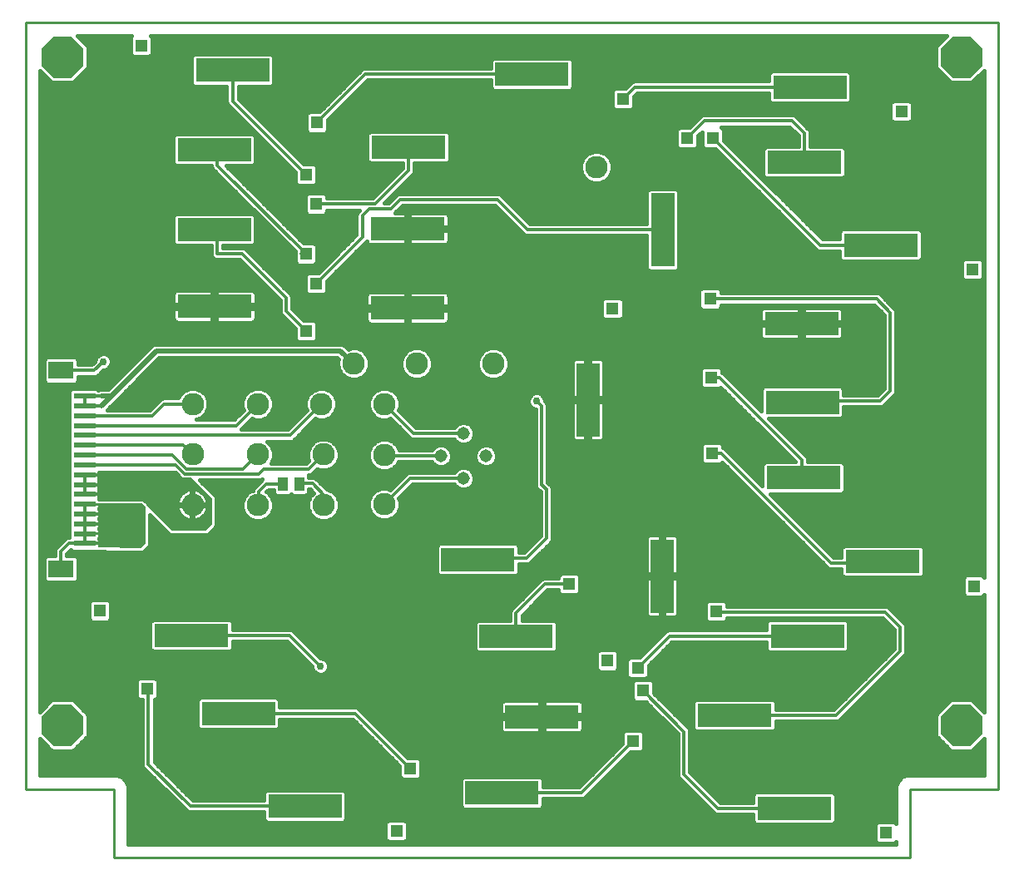
<source format=gtl>
G75*
%MOIN*%
%OFA0B0*%
%FSLAX25Y25*%
%IPPOS*%
%LPD*%
%AMOC8*
5,1,8,0,0,1.08239X$1,22.5*
%
%ADD10C,0.05150*%
%ADD11R,0.03937X0.05709*%
%ADD12C,0.09000*%
%ADD13R,0.29528X0.09252*%
%ADD14R,0.05150X0.05150*%
%ADD15R,0.09252X0.29528*%
%ADD16R,0.08661X0.02362*%
%ADD17R,0.10236X0.07087*%
%ADD18OC8,0.16835*%
%ADD19C,0.02978*%
%ADD20C,0.00600*%
%ADD21C,0.01181*%
%ADD22C,0.01600*%
%ADD23C,0.04592*%
%ADD24C,0.00984*%
%ADD25C,0.01969*%
D10*
X0251951Y0272244D03*
X0260982Y0281271D03*
X0251951Y0290299D03*
X0242919Y0281271D03*
D11*
X0186099Y0270096D03*
X0179642Y0270096D03*
D12*
X0169635Y0261564D03*
X0169635Y0281839D03*
X0169635Y0302115D03*
X0143454Y0302115D03*
X0143454Y0281839D03*
X0143454Y0261564D03*
X0195959Y0261615D03*
X0195816Y0281839D03*
X0195028Y0302115D03*
X0208020Y0318257D03*
X0220225Y0302115D03*
X0233291Y0318257D03*
X0263926Y0318257D03*
X0220225Y0281643D03*
X0220225Y0261957D03*
X0305265Y0396997D03*
D13*
X0279359Y0434241D03*
X0229989Y0405028D03*
X0229595Y0372351D03*
X0229564Y0340580D03*
X0152225Y0341209D03*
X0152194Y0372036D03*
X0152194Y0403965D03*
X0159485Y0435855D03*
X0257706Y0239753D03*
X0273060Y0209044D03*
X0283328Y0176800D03*
X0267359Y0146249D03*
X0188446Y0140894D03*
X0161847Y0178139D03*
X0142981Y0209359D03*
X0360595Y0177351D03*
X0389800Y0209162D03*
X0419942Y0239005D03*
X0388225Y0272548D03*
X0387831Y0302784D03*
X0387438Y0334359D03*
X0419225Y0365776D03*
X0388548Y0398926D03*
X0390776Y0429123D03*
X0384580Y0140107D03*
D14*
X0421233Y0130265D03*
X0353146Y0219005D03*
X0321761Y0196454D03*
X0323942Y0187194D03*
X0309713Y0199202D03*
X0319981Y0166957D03*
X0294359Y0229910D03*
X0351572Y0282391D03*
X0351178Y0312627D03*
X0350784Y0344202D03*
X0311721Y0340422D03*
X0341682Y0408564D03*
X0351894Y0408769D03*
X0316013Y0424398D03*
X0427430Y0419280D03*
X0455879Y0355934D03*
X0456595Y0229162D03*
X0230706Y0156091D03*
X0225099Y0131052D03*
X0125194Y0187981D03*
X0106328Y0219202D03*
X0188879Y0331367D03*
X0192910Y0350422D03*
X0188847Y0362194D03*
X0192942Y0382194D03*
X0188847Y0394123D03*
X0193335Y0414871D03*
X0122831Y0445698D03*
D15*
X0301879Y0303769D03*
X0331839Y0371910D03*
X0331603Y0233107D03*
D16*
X0100146Y0246209D03*
X0100146Y0250146D03*
X0100146Y0254083D03*
X0100146Y0258020D03*
X0100146Y0261957D03*
X0100146Y0265894D03*
X0100146Y0269831D03*
X0100146Y0273769D03*
X0100146Y0277706D03*
X0100146Y0281643D03*
X0100146Y0285580D03*
X0100146Y0289517D03*
X0100146Y0293454D03*
X0100146Y0297391D03*
X0100146Y0301328D03*
X0100146Y0305265D03*
D17*
X0090698Y0315501D03*
X0090698Y0235973D03*
D18*
X0091288Y0173375D03*
X0091288Y0441091D03*
X0451524Y0441091D03*
X0451524Y0173375D03*
D19*
X0281249Y0303296D03*
X0194635Y0196997D03*
X0121800Y0248178D03*
X0121800Y0254083D03*
X0115894Y0254083D03*
X0109989Y0254083D03*
X0109989Y0248178D03*
X0115894Y0248178D03*
X0115894Y0259989D03*
X0109989Y0259989D03*
X0121800Y0259989D03*
X0107627Y0319044D03*
D20*
X0105777Y0261667D02*
X0100437Y0261667D01*
X0100437Y0261842D01*
X0123068Y0261842D01*
X0124162Y0260748D01*
X0124162Y0246209D01*
X0122587Y0244635D01*
X0105777Y0244886D01*
X0105777Y0245919D01*
X0100437Y0245919D01*
X0100437Y0246500D01*
X0099856Y0246500D01*
X0099856Y0248691D01*
X0099856Y0249856D01*
X0100437Y0249856D01*
X0100437Y0250437D01*
X0105777Y0250437D01*
X0105777Y0251499D01*
X0105689Y0251829D01*
X0105524Y0252115D01*
X0105689Y0252401D01*
X0105777Y0252731D01*
X0105777Y0253793D01*
X0100437Y0253793D01*
X0100437Y0254374D01*
X0105777Y0254374D01*
X0105777Y0255436D01*
X0105689Y0255766D01*
X0105524Y0256052D01*
X0105689Y0256338D01*
X0105777Y0256668D01*
X0105777Y0257730D01*
X0100437Y0257730D01*
X0100437Y0258311D01*
X0105777Y0258311D01*
X0105777Y0259373D01*
X0105689Y0259703D01*
X0105524Y0259989D01*
X0105689Y0260275D01*
X0105777Y0260605D01*
X0105777Y0261667D01*
X0105777Y0261474D02*
X0123436Y0261474D01*
X0124035Y0260875D02*
X0105777Y0260875D01*
X0105689Y0260277D02*
X0124162Y0260277D01*
X0124162Y0259678D02*
X0105695Y0259678D01*
X0105777Y0259080D02*
X0124162Y0259080D01*
X0124162Y0258481D02*
X0105777Y0258481D01*
X0105777Y0257284D02*
X0124162Y0257284D01*
X0124162Y0256686D02*
X0105777Y0256686D01*
X0105544Y0256087D02*
X0124162Y0256087D01*
X0124162Y0255489D02*
X0105763Y0255489D01*
X0105777Y0254890D02*
X0124162Y0254890D01*
X0124162Y0254292D02*
X0100437Y0254292D01*
X0100437Y0254374D02*
X0099856Y0254374D01*
X0099856Y0256565D01*
X0099856Y0257730D01*
X0100437Y0257730D01*
X0100437Y0254374D01*
X0100437Y0254890D02*
X0099856Y0254890D01*
X0099856Y0255489D02*
X0100437Y0255489D01*
X0100437Y0256087D02*
X0099856Y0256087D01*
X0099856Y0256686D02*
X0100437Y0256686D01*
X0100437Y0257284D02*
X0099856Y0257284D01*
X0100437Y0257883D02*
X0124162Y0257883D01*
X0124162Y0253693D02*
X0105777Y0253693D01*
X0105777Y0253095D02*
X0124162Y0253095D01*
X0124162Y0252496D02*
X0105714Y0252496D01*
X0105649Y0251898D02*
X0124162Y0251898D01*
X0124162Y0251299D02*
X0105777Y0251299D01*
X0105777Y0250701D02*
X0124162Y0250701D01*
X0124162Y0250102D02*
X0100437Y0250102D01*
X0100437Y0249856D02*
X0105777Y0249856D01*
X0105777Y0248794D01*
X0105689Y0248464D01*
X0105524Y0248178D01*
X0105689Y0247892D01*
X0105777Y0247562D01*
X0105777Y0246500D01*
X0100437Y0246500D01*
X0100437Y0249856D01*
X0100437Y0249504D02*
X0099856Y0249504D01*
X0099856Y0248905D02*
X0100437Y0248905D01*
X0100437Y0248307D02*
X0099856Y0248307D01*
X0099856Y0247708D02*
X0100437Y0247708D01*
X0100437Y0247110D02*
X0099856Y0247110D01*
X0099856Y0246511D02*
X0100437Y0246511D01*
X0100437Y0250437D02*
X0099856Y0250437D01*
X0099856Y0252628D01*
X0099856Y0253793D01*
X0100437Y0253793D01*
X0100437Y0250437D01*
X0100437Y0250701D02*
X0099856Y0250701D01*
X0099856Y0251299D02*
X0100437Y0251299D01*
X0100437Y0251898D02*
X0099856Y0251898D01*
X0099856Y0252496D02*
X0100437Y0252496D01*
X0100437Y0253095D02*
X0099856Y0253095D01*
X0099856Y0253693D02*
X0100437Y0253693D01*
X0100437Y0258311D02*
X0099856Y0258311D01*
X0099856Y0260502D01*
X0099856Y0261667D01*
X0100437Y0261667D01*
X0100437Y0258311D01*
X0100437Y0258481D02*
X0099856Y0258481D01*
X0099856Y0259080D02*
X0100437Y0259080D01*
X0100437Y0259678D02*
X0099856Y0259678D01*
X0099856Y0260277D02*
X0100437Y0260277D01*
X0100437Y0260875D02*
X0099856Y0260875D01*
X0099856Y0261474D02*
X0100437Y0261474D01*
X0105777Y0249504D02*
X0124162Y0249504D01*
X0124162Y0248905D02*
X0105777Y0248905D01*
X0105598Y0248307D02*
X0124162Y0248307D01*
X0124162Y0247708D02*
X0105738Y0247708D01*
X0105777Y0247110D02*
X0124162Y0247110D01*
X0124162Y0246511D02*
X0105777Y0246511D01*
X0105777Y0245913D02*
X0123865Y0245913D01*
X0123267Y0245314D02*
X0105777Y0245314D01*
X0117167Y0244716D02*
X0122668Y0244716D01*
D21*
X0132600Y0254701D02*
X0150540Y0254701D01*
X0150540Y0254083D02*
X0148572Y0252115D01*
X0135186Y0252115D01*
X0123769Y0263532D01*
X0105868Y0263532D01*
X0105868Y0263715D01*
X0105785Y0263797D01*
X0105959Y0264099D01*
X0106068Y0264504D01*
X0106068Y0265894D01*
X0100147Y0265894D01*
X0100147Y0265895D01*
X0106068Y0265895D01*
X0106068Y0267285D01*
X0105959Y0267690D01*
X0105859Y0267863D01*
X0105959Y0268036D01*
X0106068Y0268441D01*
X0106068Y0269831D01*
X0100147Y0269831D01*
X0100147Y0269832D01*
X0106068Y0269832D01*
X0106068Y0271222D01*
X0105959Y0271627D01*
X0105859Y0271800D01*
X0105959Y0271973D01*
X0106068Y0272378D01*
X0106068Y0273768D01*
X0100147Y0273768D01*
X0100147Y0273769D01*
X0106068Y0273769D01*
X0106068Y0274556D01*
X0136803Y0274556D01*
X0138212Y0273147D01*
X0139372Y0271987D01*
X0142480Y0271987D01*
X0150540Y0263926D01*
X0150540Y0254083D01*
X0149978Y0253522D02*
X0133779Y0253522D01*
X0134959Y0252342D02*
X0148799Y0252342D01*
X0150540Y0255881D02*
X0145672Y0255881D01*
X0145791Y0255919D02*
X0146646Y0256355D01*
X0147421Y0256918D01*
X0148099Y0257596D01*
X0148663Y0258372D01*
X0149098Y0259226D01*
X0149394Y0260138D01*
X0149526Y0260973D01*
X0144044Y0260973D01*
X0144044Y0255491D01*
X0144880Y0255623D01*
X0145791Y0255919D01*
X0144044Y0255881D02*
X0142863Y0255881D01*
X0142863Y0255491D02*
X0142863Y0260973D01*
X0144044Y0260973D01*
X0144044Y0262154D01*
X0149526Y0262154D01*
X0149394Y0262990D01*
X0149098Y0263902D01*
X0148663Y0264756D01*
X0148099Y0265531D01*
X0147421Y0266209D01*
X0146646Y0266773D01*
X0145791Y0267208D01*
X0144880Y0267504D01*
X0144044Y0267637D01*
X0144044Y0262154D01*
X0142863Y0262154D01*
X0142863Y0260973D01*
X0137381Y0260973D01*
X0137513Y0260138D01*
X0137809Y0259226D01*
X0138244Y0258372D01*
X0138808Y0257596D01*
X0139486Y0256918D01*
X0140261Y0256355D01*
X0141116Y0255919D01*
X0142027Y0255623D01*
X0142863Y0255491D01*
X0142863Y0257060D02*
X0144044Y0257060D01*
X0144044Y0258240D02*
X0142863Y0258240D01*
X0142863Y0259420D02*
X0144044Y0259420D01*
X0144044Y0260599D02*
X0142863Y0260599D01*
X0142863Y0261779D02*
X0125522Y0261779D01*
X0124342Y0262958D02*
X0137508Y0262958D01*
X0137513Y0262990D02*
X0137381Y0262154D01*
X0142863Y0262154D01*
X0142863Y0267637D01*
X0142027Y0267504D01*
X0141116Y0267208D01*
X0140261Y0266773D01*
X0139486Y0266209D01*
X0138808Y0265531D01*
X0138244Y0264756D01*
X0137809Y0263902D01*
X0137513Y0262990D01*
X0137930Y0264138D02*
X0105970Y0264138D01*
X0106068Y0265318D02*
X0138653Y0265318D01*
X0139882Y0266497D02*
X0106068Y0266497D01*
X0105963Y0267677D02*
X0146789Y0267677D01*
X0147025Y0266497D02*
X0147969Y0266497D01*
X0148255Y0265318D02*
X0149148Y0265318D01*
X0148977Y0264138D02*
X0150328Y0264138D01*
X0150540Y0262958D02*
X0149399Y0262958D01*
X0150540Y0261779D02*
X0144044Y0261779D01*
X0144044Y0262958D02*
X0142863Y0262958D01*
X0142863Y0264138D02*
X0144044Y0264138D01*
X0144044Y0265318D02*
X0142863Y0265318D01*
X0142863Y0266497D02*
X0144044Y0266497D01*
X0145610Y0268857D02*
X0106068Y0268857D01*
X0106068Y0270036D02*
X0144430Y0270036D01*
X0143250Y0271216D02*
X0106068Y0271216D01*
X0106068Y0272395D02*
X0138964Y0272395D01*
X0137784Y0273575D02*
X0106068Y0273575D01*
X0100147Y0273575D02*
X0100146Y0273575D01*
X0100147Y0273768D02*
X0100147Y0269832D01*
X0100146Y0269832D01*
X0100146Y0272603D01*
X0100146Y0273768D01*
X0100147Y0273768D01*
X0100146Y0272395D02*
X0100147Y0272395D01*
X0100146Y0271216D02*
X0100147Y0271216D01*
X0100146Y0270036D02*
X0100147Y0270036D01*
X0100147Y0269831D02*
X0100147Y0265895D01*
X0100146Y0265895D01*
X0100146Y0268666D01*
X0100146Y0269831D01*
X0100147Y0269831D01*
X0100146Y0268857D02*
X0100147Y0268857D01*
X0100146Y0267677D02*
X0100147Y0267677D01*
X0100146Y0266497D02*
X0100147Y0266497D01*
X0100146Y0277706D02*
X0136455Y0277706D01*
X0140193Y0273968D01*
X0170094Y0273968D01*
X0172075Y0275949D01*
X0189925Y0275949D01*
X0195816Y0281839D01*
X0191485Y0270225D02*
X0186228Y0270225D01*
X0186099Y0270096D01*
X0191485Y0270225D02*
X0195959Y0265751D01*
X0195959Y0261615D01*
X0179642Y0270096D02*
X0172851Y0270096D01*
X0169831Y0267076D01*
X0169831Y0261564D01*
X0169635Y0261564D01*
X0163744Y0275949D02*
X0169635Y0281839D01*
X0163744Y0275949D02*
X0141014Y0275949D01*
X0135320Y0281643D01*
X0100146Y0281643D01*
X0100146Y0285580D02*
X0139713Y0285580D01*
X0143454Y0281839D01*
X0160973Y0293454D02*
X0169635Y0302115D01*
X0160973Y0293454D02*
X0100146Y0293454D01*
X0100146Y0297391D02*
X0127312Y0297391D01*
X0132036Y0302115D01*
X0143454Y0302115D01*
X0182430Y0289517D02*
X0195028Y0302115D01*
X0182430Y0289517D02*
X0100146Y0289517D01*
X0100146Y0301328D02*
X0100146Y0305265D01*
X0106839Y0305265D01*
X0106839Y0301328D02*
X0100146Y0301328D01*
X0104083Y0315501D02*
X0090698Y0315501D01*
X0104083Y0315501D02*
X0107627Y0319044D01*
X0153296Y0362351D02*
X0163139Y0362351D01*
X0180855Y0344635D01*
X0180855Y0339391D01*
X0188879Y0331367D01*
X0192910Y0350422D02*
X0211472Y0368984D01*
X0211472Y0377553D01*
X0214256Y0380336D01*
X0222824Y0380336D01*
X0226493Y0384005D01*
X0265501Y0384005D01*
X0277595Y0371910D01*
X0331839Y0371910D01*
X0350784Y0344202D02*
X0417509Y0344202D01*
X0422981Y0338729D01*
X0422981Y0307233D01*
X0419044Y0303296D01*
X0387548Y0303296D01*
X0387548Y0303068D01*
X0387831Y0302784D01*
X0387548Y0279674D02*
X0354595Y0312627D01*
X0351178Y0312627D01*
X0351572Y0282391D02*
X0355304Y0282391D01*
X0399359Y0238335D01*
X0419272Y0238335D01*
X0419942Y0239005D01*
X0421013Y0218650D02*
X0353501Y0218650D01*
X0353146Y0219005D01*
X0334469Y0209162D02*
X0321761Y0196454D01*
X0323942Y0187194D02*
X0340304Y0170831D01*
X0340304Y0153690D01*
X0353887Y0140107D01*
X0384580Y0140107D01*
X0401367Y0177351D02*
X0360595Y0177351D01*
X0334469Y0209162D02*
X0389800Y0209162D01*
X0421013Y0218650D02*
X0426918Y0212745D01*
X0426918Y0202902D01*
X0401367Y0177351D01*
X0319981Y0166957D02*
X0299272Y0146249D01*
X0267359Y0146249D01*
X0230706Y0156091D02*
X0208658Y0178139D01*
X0161847Y0178139D01*
X0142981Y0209359D02*
X0182272Y0209359D01*
X0194635Y0196997D01*
X0150540Y0257060D02*
X0147563Y0257060D01*
X0148567Y0258240D02*
X0150540Y0258240D01*
X0150540Y0259420D02*
X0149161Y0259420D01*
X0149467Y0260599D02*
X0150540Y0260599D01*
X0141235Y0255881D02*
X0131420Y0255881D01*
X0130240Y0257060D02*
X0139344Y0257060D01*
X0138340Y0258240D02*
X0129061Y0258240D01*
X0127881Y0259420D02*
X0137746Y0259420D01*
X0137440Y0260599D02*
X0126702Y0260599D01*
X0100146Y0246209D02*
X0093847Y0246209D01*
X0090698Y0243060D01*
X0090698Y0235973D01*
X0125194Y0187981D02*
X0125737Y0187438D01*
X0125737Y0157627D01*
X0142469Y0140894D01*
X0188446Y0140894D01*
X0273060Y0209044D02*
X0273060Y0218335D01*
X0284635Y0229910D01*
X0294359Y0229910D01*
X0277312Y0240304D02*
X0285186Y0248178D01*
X0285186Y0267863D01*
X0283217Y0269831D01*
X0283217Y0301328D01*
X0281249Y0303296D01*
X0251951Y0290299D02*
X0232041Y0290299D01*
X0220225Y0302115D01*
X0220225Y0281643D02*
X0220597Y0281271D01*
X0242919Y0281271D01*
X0251951Y0272244D02*
X0230511Y0272244D01*
X0220225Y0261957D01*
X0257706Y0239753D02*
X0258257Y0240304D01*
X0277312Y0240304D01*
X0387548Y0273225D02*
X0387548Y0279674D01*
X0387548Y0273225D02*
X0388225Y0272548D01*
X0394887Y0365776D02*
X0351894Y0408769D01*
X0348619Y0415501D02*
X0383611Y0415501D01*
X0388548Y0410564D01*
X0388548Y0398926D01*
X0388548Y0400721D01*
X0390776Y0429123D02*
X0320737Y0429123D01*
X0316013Y0424398D01*
X0341682Y0408564D02*
X0348619Y0415501D01*
X0394887Y0365776D02*
X0419225Y0365776D01*
X0279359Y0434241D02*
X0212706Y0434241D01*
X0193335Y0414871D01*
X0188847Y0394123D02*
X0159485Y0423485D01*
X0159485Y0435855D01*
X0152194Y0403965D02*
X0153296Y0402863D01*
X0153296Y0397745D01*
X0188847Y0362194D01*
X0186918Y0362194D01*
X0192942Y0382194D02*
X0216446Y0382194D01*
X0230068Y0395816D01*
X0229989Y0395894D01*
X0229989Y0405028D01*
X0163139Y0368257D02*
X0159359Y0372036D01*
X0152194Y0372036D01*
X0153296Y0370934D01*
X0153296Y0362351D01*
D22*
X0151020Y0361600D02*
X0082124Y0361600D01*
X0082124Y0360002D02*
X0152721Y0360002D01*
X0152821Y0359961D02*
X0162148Y0359961D01*
X0178465Y0343644D01*
X0178465Y0338915D01*
X0178829Y0338036D01*
X0179501Y0337364D01*
X0184504Y0332361D01*
X0184504Y0328047D01*
X0185558Y0326992D01*
X0192199Y0326992D01*
X0193254Y0328047D01*
X0193254Y0334687D01*
X0192199Y0335742D01*
X0187885Y0335742D01*
X0183246Y0340381D01*
X0183246Y0345110D01*
X0182882Y0345989D01*
X0164493Y0364378D01*
X0163614Y0364742D01*
X0155687Y0364742D01*
X0155687Y0365610D01*
X0167703Y0365610D01*
X0168757Y0366665D01*
X0168757Y0377408D01*
X0167703Y0378462D01*
X0136684Y0378462D01*
X0135630Y0377408D01*
X0135630Y0366665D01*
X0136684Y0365610D01*
X0150906Y0365610D01*
X0150906Y0361876D01*
X0151269Y0360997D01*
X0151942Y0360325D01*
X0152821Y0359961D01*
X0150906Y0363199D02*
X0082124Y0363199D01*
X0082124Y0364797D02*
X0150906Y0364797D01*
X0155687Y0364797D02*
X0182863Y0364797D01*
X0184461Y0363199D02*
X0165672Y0363199D01*
X0167270Y0361600D02*
X0184472Y0361600D01*
X0184472Y0363188D02*
X0184472Y0358873D01*
X0185527Y0357819D01*
X0192168Y0357819D01*
X0193222Y0358873D01*
X0193222Y0365514D01*
X0192168Y0366568D01*
X0187853Y0366568D01*
X0156882Y0397539D01*
X0167703Y0397539D01*
X0168757Y0398594D01*
X0168757Y0409337D01*
X0167703Y0410391D01*
X0136684Y0410391D01*
X0135630Y0409337D01*
X0135630Y0398594D01*
X0136684Y0397539D01*
X0150906Y0397539D01*
X0150906Y0397269D01*
X0151269Y0396391D01*
X0151942Y0395718D01*
X0184472Y0363188D01*
X0184472Y0360002D02*
X0168869Y0360002D01*
X0170467Y0358403D02*
X0184942Y0358403D01*
X0189590Y0354797D02*
X0188535Y0353742D01*
X0188535Y0347102D01*
X0189590Y0346047D01*
X0196231Y0346047D01*
X0197285Y0347102D01*
X0197285Y0351416D01*
X0213100Y0367231D01*
X0213154Y0367030D01*
X0213391Y0366620D01*
X0213726Y0366285D01*
X0214137Y0366048D01*
X0214595Y0365925D01*
X0228795Y0365925D01*
X0228795Y0371551D01*
X0230395Y0371551D01*
X0230395Y0365925D01*
X0244596Y0365925D01*
X0245054Y0366048D01*
X0245464Y0366285D01*
X0245799Y0366620D01*
X0246036Y0367030D01*
X0246159Y0367488D01*
X0246159Y0371551D01*
X0230395Y0371551D01*
X0230395Y0373151D01*
X0228795Y0373151D01*
X0228795Y0378777D01*
X0224646Y0378777D01*
X0224851Y0378982D01*
X0227483Y0381614D01*
X0264511Y0381614D01*
X0276241Y0369884D01*
X0277120Y0369520D01*
X0325413Y0369520D01*
X0325413Y0356401D01*
X0326468Y0355346D01*
X0337211Y0355346D01*
X0338265Y0356401D01*
X0338265Y0387420D01*
X0337211Y0388474D01*
X0326468Y0388474D01*
X0325413Y0387420D01*
X0325413Y0374301D01*
X0278585Y0374301D01*
X0267527Y0385359D01*
X0266855Y0386031D01*
X0265976Y0386395D01*
X0226017Y0386395D01*
X0225139Y0386031D01*
X0221834Y0382727D01*
X0220359Y0382727D01*
X0232094Y0394462D01*
X0232458Y0395340D01*
X0232458Y0396291D01*
X0232380Y0396481D01*
X0232380Y0398602D01*
X0245498Y0398602D01*
X0246553Y0399657D01*
X0246553Y0410400D01*
X0245498Y0411454D01*
X0214480Y0411454D01*
X0213425Y0410400D01*
X0213425Y0399657D01*
X0214480Y0398602D01*
X0227598Y0398602D01*
X0227598Y0396727D01*
X0215455Y0384584D01*
X0197317Y0384584D01*
X0197317Y0385514D01*
X0196262Y0386568D01*
X0189621Y0386568D01*
X0188567Y0385514D01*
X0188567Y0378873D01*
X0189621Y0377819D01*
X0196262Y0377819D01*
X0197317Y0378873D01*
X0197317Y0379803D01*
X0210342Y0379803D01*
X0210118Y0379580D01*
X0209446Y0378907D01*
X0209082Y0378029D01*
X0209082Y0369974D01*
X0193904Y0354797D01*
X0189590Y0354797D01*
X0188535Y0353608D02*
X0175263Y0353608D01*
X0176861Y0352009D02*
X0188535Y0352009D01*
X0188535Y0350411D02*
X0178460Y0350411D01*
X0180058Y0348812D02*
X0188535Y0348812D01*
X0188535Y0347214D02*
X0181657Y0347214D01*
X0183036Y0345615D02*
X0213046Y0345615D01*
X0213000Y0345442D02*
X0213000Y0341379D01*
X0228764Y0341379D01*
X0228764Y0339780D01*
X0213000Y0339780D01*
X0213000Y0335717D01*
X0213123Y0335259D01*
X0213360Y0334848D01*
X0213695Y0334513D01*
X0214105Y0334276D01*
X0214563Y0334154D01*
X0228764Y0334154D01*
X0228764Y0339779D01*
X0230364Y0339779D01*
X0230364Y0334154D01*
X0244565Y0334154D01*
X0245022Y0334276D01*
X0245433Y0334513D01*
X0245768Y0334848D01*
X0246005Y0335259D01*
X0246128Y0335717D01*
X0246128Y0339780D01*
X0230364Y0339780D01*
X0230364Y0341379D01*
X0246128Y0341379D01*
X0246128Y0345442D01*
X0246005Y0345900D01*
X0245768Y0346311D01*
X0245433Y0346646D01*
X0245022Y0346883D01*
X0244565Y0347005D01*
X0230364Y0347005D01*
X0230364Y0341380D01*
X0228764Y0341380D01*
X0228764Y0347005D01*
X0214563Y0347005D01*
X0214105Y0346883D01*
X0213695Y0346646D01*
X0213360Y0346311D01*
X0213123Y0345900D01*
X0213000Y0345442D01*
X0213000Y0344017D02*
X0183246Y0344017D01*
X0183246Y0342418D02*
X0213000Y0342418D01*
X0213000Y0339221D02*
X0184405Y0339221D01*
X0183246Y0340820D02*
X0228764Y0340820D01*
X0228764Y0342418D02*
X0230364Y0342418D01*
X0230364Y0340820D02*
X0307346Y0340820D01*
X0307346Y0342418D02*
X0246128Y0342418D01*
X0246128Y0344017D02*
X0307621Y0344017D01*
X0307346Y0343742D02*
X0307346Y0337102D01*
X0308401Y0336047D01*
X0315042Y0336047D01*
X0316096Y0337102D01*
X0316096Y0343742D01*
X0315042Y0344797D01*
X0308401Y0344797D01*
X0307346Y0343742D01*
X0307346Y0339221D02*
X0246128Y0339221D01*
X0246128Y0337623D02*
X0307346Y0337623D01*
X0316096Y0337623D02*
X0370874Y0337623D01*
X0370874Y0339221D02*
X0316096Y0339221D01*
X0316096Y0340820D02*
X0346471Y0340820D01*
X0346409Y0340881D02*
X0347464Y0339827D01*
X0354105Y0339827D01*
X0355159Y0340881D01*
X0355159Y0341811D01*
X0416518Y0341811D01*
X0420591Y0337739D01*
X0420591Y0308223D01*
X0418054Y0305687D01*
X0404395Y0305687D01*
X0404395Y0308156D01*
X0403341Y0309210D01*
X0372322Y0309210D01*
X0371268Y0308156D01*
X0371268Y0299335D01*
X0356622Y0313981D01*
X0355949Y0314653D01*
X0355553Y0314818D01*
X0355553Y0315947D01*
X0354498Y0317002D01*
X0347858Y0317002D01*
X0346803Y0315947D01*
X0346803Y0309306D01*
X0347858Y0308252D01*
X0354498Y0308252D01*
X0355044Y0308797D01*
X0384867Y0278974D01*
X0372716Y0278974D01*
X0371661Y0277920D01*
X0371661Y0269414D01*
X0357331Y0283745D01*
X0356658Y0284417D01*
X0355946Y0284712D01*
X0355946Y0285711D01*
X0354892Y0286765D01*
X0348251Y0286765D01*
X0347197Y0285711D01*
X0347197Y0279070D01*
X0348251Y0278016D01*
X0354892Y0278016D01*
X0355595Y0278719D01*
X0398005Y0236309D01*
X0398884Y0235945D01*
X0403378Y0235945D01*
X0403378Y0233633D01*
X0404432Y0232579D01*
X0435451Y0232579D01*
X0436505Y0233633D01*
X0436505Y0244376D01*
X0435451Y0245431D01*
X0404432Y0245431D01*
X0403378Y0244376D01*
X0403378Y0240726D01*
X0400349Y0240726D01*
X0374953Y0266122D01*
X0403735Y0266122D01*
X0404789Y0267176D01*
X0404789Y0277920D01*
X0403735Y0278974D01*
X0389939Y0278974D01*
X0389939Y0280150D01*
X0389575Y0281028D01*
X0374245Y0296358D01*
X0403341Y0296358D01*
X0404395Y0297413D01*
X0404395Y0300906D01*
X0419520Y0300906D01*
X0420398Y0301269D01*
X0424335Y0305206D01*
X0425008Y0305879D01*
X0425372Y0306758D01*
X0425372Y0339205D01*
X0425008Y0340083D01*
X0424335Y0340756D01*
X0419535Y0345556D01*
X0418863Y0346228D01*
X0417984Y0346592D01*
X0355159Y0346592D01*
X0355159Y0347522D01*
X0354105Y0348576D01*
X0347464Y0348576D01*
X0346409Y0347522D01*
X0346409Y0340881D01*
X0346409Y0342418D02*
X0316096Y0342418D01*
X0315822Y0344017D02*
X0346409Y0344017D01*
X0346409Y0345615D02*
X0246081Y0345615D01*
X0246128Y0336024D02*
X0370874Y0336024D01*
X0370874Y0335159D02*
X0386638Y0335159D01*
X0386638Y0340785D01*
X0372437Y0340785D01*
X0371979Y0340662D01*
X0371569Y0340425D01*
X0371234Y0340090D01*
X0370997Y0339680D01*
X0370874Y0339222D01*
X0370874Y0335159D01*
X0370874Y0333559D02*
X0370874Y0329496D01*
X0370997Y0329038D01*
X0371234Y0328628D01*
X0371569Y0328293D01*
X0371979Y0328056D01*
X0372437Y0327933D01*
X0386638Y0327933D01*
X0386638Y0333559D01*
X0388238Y0333559D01*
X0388238Y0335159D01*
X0404002Y0335159D01*
X0404002Y0339222D01*
X0403879Y0339680D01*
X0403642Y0340090D01*
X0403307Y0340425D01*
X0402896Y0340662D01*
X0402439Y0340785D01*
X0388238Y0340785D01*
X0388238Y0335159D01*
X0386638Y0335159D01*
X0386638Y0333559D01*
X0370874Y0333559D01*
X0370874Y0332827D02*
X0193254Y0332827D01*
X0193254Y0331229D02*
X0370874Y0331229D01*
X0370874Y0329630D02*
X0193254Y0329630D01*
X0193239Y0328032D02*
X0372069Y0328032D01*
X0386638Y0328032D02*
X0388238Y0328032D01*
X0388238Y0327933D02*
X0402439Y0327933D01*
X0402896Y0328056D01*
X0403307Y0328293D01*
X0403642Y0328628D01*
X0403879Y0329038D01*
X0404002Y0329496D01*
X0404002Y0333559D01*
X0388238Y0333559D01*
X0388238Y0327933D01*
X0388238Y0329630D02*
X0386638Y0329630D01*
X0386638Y0331229D02*
X0388238Y0331229D01*
X0388238Y0332827D02*
X0386638Y0332827D01*
X0386638Y0334426D02*
X0245281Y0334426D01*
X0236859Y0323598D02*
X0234544Y0324557D01*
X0232038Y0324557D01*
X0229722Y0323598D01*
X0227950Y0321825D01*
X0226991Y0319510D01*
X0226991Y0317004D01*
X0227950Y0314688D01*
X0229722Y0312916D01*
X0232038Y0311957D01*
X0234544Y0311957D01*
X0236859Y0312916D01*
X0238632Y0314688D01*
X0239591Y0317004D01*
X0239591Y0319510D01*
X0238632Y0321825D01*
X0236859Y0323598D01*
X0237221Y0323236D02*
X0259996Y0323236D01*
X0260357Y0323598D02*
X0258585Y0321825D01*
X0257626Y0319510D01*
X0257626Y0317004D01*
X0258585Y0314688D01*
X0260357Y0312916D01*
X0262673Y0311957D01*
X0265179Y0311957D01*
X0267495Y0312916D01*
X0269267Y0314688D01*
X0270226Y0317004D01*
X0270226Y0319510D01*
X0269267Y0321825D01*
X0267495Y0323598D01*
X0265179Y0324557D01*
X0262673Y0324557D01*
X0260357Y0323598D01*
X0258507Y0321638D02*
X0238709Y0321638D01*
X0239372Y0320039D02*
X0257845Y0320039D01*
X0257626Y0318441D02*
X0239591Y0318441D01*
X0239524Y0316842D02*
X0257693Y0316842D01*
X0258355Y0315244D02*
X0238862Y0315244D01*
X0237589Y0313645D02*
X0259628Y0313645D01*
X0262456Y0312047D02*
X0234761Y0312047D01*
X0231821Y0312047D02*
X0209491Y0312047D01*
X0209274Y0311957D02*
X0211589Y0312916D01*
X0213361Y0314688D01*
X0214320Y0317004D01*
X0214320Y0319510D01*
X0213361Y0321825D01*
X0211589Y0323598D01*
X0209274Y0324557D01*
X0206767Y0324557D01*
X0205772Y0324144D01*
X0204441Y0325380D01*
X0204086Y0325735D01*
X0204037Y0325756D01*
X0203997Y0325792D01*
X0203526Y0325967D01*
X0203062Y0326159D01*
X0203009Y0326159D01*
X0202959Y0326178D01*
X0202457Y0326159D01*
X0128333Y0326159D01*
X0127309Y0325735D01*
X0126526Y0324952D01*
X0109623Y0308049D01*
X0106286Y0308049D01*
X0105673Y0307795D01*
X0105223Y0308246D01*
X0095070Y0308246D01*
X0094016Y0307191D01*
X0094016Y0303338D01*
X0094058Y0303296D01*
X0094016Y0303254D01*
X0094016Y0299401D01*
X0094058Y0299359D01*
X0094016Y0299317D01*
X0094016Y0295464D01*
X0094058Y0295422D01*
X0094016Y0295380D01*
X0094016Y0291527D01*
X0094058Y0291485D01*
X0094016Y0291443D01*
X0094016Y0287590D01*
X0094058Y0287548D01*
X0094016Y0287506D01*
X0094016Y0283653D01*
X0094058Y0283611D01*
X0094016Y0283569D01*
X0094016Y0279716D01*
X0094058Y0279674D01*
X0094016Y0279632D01*
X0094016Y0275779D01*
X0094058Y0275737D01*
X0094016Y0275695D01*
X0094016Y0275507D01*
X0093819Y0275031D01*
X0093819Y0263057D01*
X0094016Y0262582D01*
X0094016Y0260031D01*
X0094058Y0259989D01*
X0094016Y0259947D01*
X0094016Y0256094D01*
X0094058Y0256052D01*
X0094016Y0256010D01*
X0094016Y0252157D01*
X0094058Y0252115D01*
X0094016Y0252073D01*
X0094016Y0248600D01*
X0093372Y0248600D01*
X0092493Y0248236D01*
X0091821Y0247564D01*
X0088671Y0244414D01*
X0088307Y0243535D01*
X0088307Y0241317D01*
X0084834Y0241317D01*
X0083780Y0240262D01*
X0083780Y0231684D01*
X0084834Y0230630D01*
X0096561Y0230630D01*
X0097616Y0231684D01*
X0097616Y0240262D01*
X0096561Y0241317D01*
X0093088Y0241317D01*
X0093088Y0242070D01*
X0094643Y0243625D01*
X0094714Y0243554D01*
X0095308Y0242942D01*
X0095327Y0242941D01*
X0095340Y0242928D01*
X0096194Y0242928D01*
X0121705Y0242548D01*
X0121718Y0242535D01*
X0122572Y0242535D01*
X0123426Y0242522D01*
X0123439Y0242535D01*
X0123457Y0242535D01*
X0124061Y0243139D01*
X0124674Y0243734D01*
X0124674Y0243752D01*
X0126262Y0245340D01*
X0126262Y0257658D01*
X0133832Y0250088D01*
X0134710Y0249724D01*
X0149047Y0249724D01*
X0149926Y0250088D01*
X0150598Y0250761D01*
X0152567Y0252729D01*
X0152931Y0253608D01*
X0152931Y0264401D01*
X0152567Y0265280D01*
X0151894Y0265953D01*
X0146270Y0271577D01*
X0170569Y0271577D01*
X0171223Y0271848D01*
X0170825Y0271450D01*
X0167805Y0268430D01*
X0167441Y0267551D01*
X0167441Y0267474D01*
X0166066Y0266905D01*
X0164294Y0265132D01*
X0163335Y0262817D01*
X0163335Y0260311D01*
X0164294Y0257995D01*
X0166066Y0256223D01*
X0168381Y0255264D01*
X0170888Y0255264D01*
X0173203Y0256223D01*
X0174976Y0257995D01*
X0175935Y0260311D01*
X0175935Y0262817D01*
X0174976Y0265132D01*
X0173203Y0266905D01*
X0173089Y0266952D01*
X0173842Y0267705D01*
X0175873Y0267705D01*
X0175873Y0266496D01*
X0176928Y0265441D01*
X0182356Y0265441D01*
X0182870Y0265955D01*
X0183385Y0265441D01*
X0188813Y0265441D01*
X0189867Y0266496D01*
X0189867Y0267835D01*
X0190495Y0267835D01*
X0191882Y0266447D01*
X0190618Y0265183D01*
X0189659Y0262868D01*
X0189659Y0260362D01*
X0190618Y0258046D01*
X0192390Y0256274D01*
X0194706Y0255315D01*
X0197212Y0255315D01*
X0199528Y0256274D01*
X0201300Y0258046D01*
X0202259Y0260362D01*
X0202259Y0262868D01*
X0201300Y0265183D01*
X0199528Y0266956D01*
X0197212Y0267915D01*
X0197176Y0267915D01*
X0192839Y0272252D01*
X0191961Y0272616D01*
X0189867Y0272616D01*
X0189867Y0273558D01*
X0190401Y0273558D01*
X0191279Y0273922D01*
X0193384Y0276027D01*
X0194563Y0275539D01*
X0197069Y0275539D01*
X0199384Y0276498D01*
X0201157Y0278271D01*
X0202116Y0280586D01*
X0202116Y0283093D01*
X0201157Y0285408D01*
X0199384Y0287180D01*
X0197069Y0288139D01*
X0194563Y0288139D01*
X0192247Y0287180D01*
X0190475Y0285408D01*
X0189516Y0283093D01*
X0189516Y0280586D01*
X0190004Y0279408D01*
X0188935Y0278339D01*
X0175004Y0278339D01*
X0175935Y0280586D01*
X0175935Y0283093D01*
X0174976Y0285408D01*
X0173258Y0287126D01*
X0182905Y0287126D01*
X0183784Y0287490D01*
X0192597Y0296303D01*
X0193775Y0295815D01*
X0196281Y0295815D01*
X0198597Y0296774D01*
X0200369Y0298546D01*
X0201328Y0300862D01*
X0201328Y0303368D01*
X0200369Y0305684D01*
X0198597Y0307456D01*
X0196281Y0308415D01*
X0193775Y0308415D01*
X0191460Y0307456D01*
X0189687Y0305684D01*
X0188728Y0303368D01*
X0188728Y0300862D01*
X0189216Y0299684D01*
X0181440Y0291907D01*
X0162807Y0291907D01*
X0167203Y0296303D01*
X0168381Y0295815D01*
X0170888Y0295815D01*
X0173203Y0296774D01*
X0174976Y0298546D01*
X0175935Y0300862D01*
X0175935Y0303368D01*
X0174976Y0305684D01*
X0173203Y0307456D01*
X0170888Y0308415D01*
X0168381Y0308415D01*
X0166066Y0307456D01*
X0164294Y0305684D01*
X0163335Y0303368D01*
X0163335Y0300862D01*
X0163823Y0299684D01*
X0159983Y0295844D01*
X0144777Y0295844D01*
X0147022Y0296774D01*
X0148794Y0298546D01*
X0149754Y0300862D01*
X0149754Y0303368D01*
X0148794Y0305684D01*
X0147022Y0307456D01*
X0144707Y0308415D01*
X0142200Y0308415D01*
X0139885Y0307456D01*
X0138113Y0305684D01*
X0137625Y0304505D01*
X0131561Y0304505D01*
X0130682Y0304142D01*
X0130010Y0303469D01*
X0126322Y0299781D01*
X0109230Y0299781D01*
X0113137Y0303687D01*
X0130040Y0320591D01*
X0201415Y0320591D01*
X0201959Y0320086D01*
X0201720Y0319510D01*
X0201720Y0317004D01*
X0202680Y0314688D01*
X0204452Y0312916D01*
X0206767Y0311957D01*
X0209274Y0311957D01*
X0206550Y0312047D02*
X0121496Y0312047D01*
X0123094Y0313645D02*
X0203723Y0313645D01*
X0202449Y0315244D02*
X0124693Y0315244D01*
X0126291Y0316842D02*
X0201787Y0316842D01*
X0201720Y0318441D02*
X0127890Y0318441D01*
X0129488Y0320039D02*
X0201940Y0320039D01*
X0205028Y0324835D02*
X0420591Y0324835D01*
X0420591Y0326433D02*
X0082124Y0326433D01*
X0082124Y0324835D02*
X0126409Y0324835D01*
X0124810Y0323236D02*
X0082124Y0323236D01*
X0082124Y0321638D02*
X0105569Y0321638D01*
X0105764Y0321832D02*
X0104839Y0320907D01*
X0104338Y0319698D01*
X0104338Y0319136D01*
X0103093Y0317891D01*
X0097616Y0317891D01*
X0097616Y0319790D01*
X0096561Y0320844D01*
X0084834Y0320844D01*
X0083780Y0319790D01*
X0083780Y0311212D01*
X0084834Y0310157D01*
X0096561Y0310157D01*
X0097616Y0311212D01*
X0097616Y0313110D01*
X0104559Y0313110D01*
X0105438Y0313474D01*
X0107719Y0315755D01*
X0108281Y0315755D01*
X0109490Y0316256D01*
X0110415Y0317181D01*
X0110916Y0318390D01*
X0110916Y0319698D01*
X0110415Y0320907D01*
X0109490Y0321832D01*
X0108281Y0322333D01*
X0106973Y0322333D01*
X0105764Y0321832D01*
X0104479Y0320039D02*
X0097366Y0320039D01*
X0097616Y0318441D02*
X0103643Y0318441D01*
X0107207Y0315244D02*
X0116818Y0315244D01*
X0118416Y0316842D02*
X0110076Y0316842D01*
X0110916Y0318441D02*
X0120015Y0318441D01*
X0121613Y0320039D02*
X0110775Y0320039D01*
X0109685Y0321638D02*
X0123212Y0321638D01*
X0115219Y0313645D02*
X0105608Y0313645D01*
X0110424Y0308850D02*
X0082124Y0308850D01*
X0082124Y0310448D02*
X0084543Y0310448D01*
X0083780Y0312047D02*
X0082124Y0312047D01*
X0082124Y0313645D02*
X0083780Y0313645D01*
X0083780Y0315244D02*
X0082124Y0315244D01*
X0082124Y0316842D02*
X0083780Y0316842D01*
X0083780Y0318441D02*
X0082124Y0318441D01*
X0082124Y0320039D02*
X0084029Y0320039D01*
X0082124Y0328032D02*
X0184519Y0328032D01*
X0184504Y0329630D02*
X0082124Y0329630D01*
X0082124Y0331229D02*
X0184504Y0331229D01*
X0184038Y0332827D02*
X0082124Y0332827D01*
X0082124Y0334426D02*
X0182439Y0334426D01*
X0180841Y0336024D02*
X0168703Y0336024D01*
X0168666Y0335889D02*
X0168789Y0336346D01*
X0168789Y0340409D01*
X0153025Y0340409D01*
X0153025Y0334783D01*
X0167226Y0334783D01*
X0167684Y0334906D01*
X0168094Y0335143D01*
X0168429Y0335478D01*
X0168666Y0335889D01*
X0168789Y0337623D02*
X0179242Y0337623D01*
X0178465Y0339221D02*
X0168789Y0339221D01*
X0168789Y0342009D02*
X0168789Y0346072D01*
X0168666Y0346530D01*
X0168429Y0346941D01*
X0168094Y0347276D01*
X0167684Y0347513D01*
X0167226Y0347635D01*
X0153025Y0347635D01*
X0153025Y0342009D01*
X0168789Y0342009D01*
X0168789Y0342418D02*
X0178465Y0342418D01*
X0178465Y0340820D02*
X0153025Y0340820D01*
X0153025Y0340409D02*
X0153025Y0342009D01*
X0151425Y0342009D01*
X0151425Y0340409D01*
X0153025Y0340409D01*
X0153025Y0339221D02*
X0151425Y0339221D01*
X0151425Y0340409D02*
X0151425Y0334783D01*
X0137224Y0334783D01*
X0136767Y0334906D01*
X0136356Y0335143D01*
X0136021Y0335478D01*
X0135784Y0335889D01*
X0135661Y0336346D01*
X0135661Y0340409D01*
X0151425Y0340409D01*
X0151425Y0340820D02*
X0082124Y0340820D01*
X0082124Y0342418D02*
X0135661Y0342418D01*
X0135661Y0342009D02*
X0151425Y0342009D01*
X0151425Y0347635D01*
X0137224Y0347635D01*
X0136767Y0347513D01*
X0136356Y0347276D01*
X0136021Y0346941D01*
X0135784Y0346530D01*
X0135661Y0346072D01*
X0135661Y0342009D01*
X0135661Y0344017D02*
X0082124Y0344017D01*
X0082124Y0345615D02*
X0135661Y0345615D01*
X0136294Y0347214D02*
X0082124Y0347214D01*
X0082124Y0348812D02*
X0173297Y0348812D01*
X0174895Y0347214D02*
X0168156Y0347214D01*
X0168789Y0345615D02*
X0176494Y0345615D01*
X0178092Y0344017D02*
X0168789Y0344017D01*
X0171698Y0350411D02*
X0082124Y0350411D01*
X0082124Y0352009D02*
X0170100Y0352009D01*
X0168501Y0353608D02*
X0082124Y0353608D01*
X0082124Y0355206D02*
X0166903Y0355206D01*
X0165304Y0356805D02*
X0082124Y0356805D01*
X0082124Y0358403D02*
X0163706Y0358403D01*
X0168489Y0366396D02*
X0181264Y0366396D01*
X0179666Y0367994D02*
X0168757Y0367994D01*
X0168757Y0369593D02*
X0178067Y0369593D01*
X0176469Y0371191D02*
X0168757Y0371191D01*
X0168757Y0372790D02*
X0174870Y0372790D01*
X0173272Y0374388D02*
X0168757Y0374388D01*
X0168757Y0375987D02*
X0171673Y0375987D01*
X0170075Y0377586D02*
X0168580Y0377586D01*
X0168476Y0379184D02*
X0082124Y0379184D01*
X0082124Y0377586D02*
X0135808Y0377586D01*
X0135630Y0375987D02*
X0082124Y0375987D01*
X0082124Y0374388D02*
X0135630Y0374388D01*
X0135630Y0372790D02*
X0082124Y0372790D01*
X0082124Y0371191D02*
X0135630Y0371191D01*
X0135630Y0369593D02*
X0082124Y0369593D01*
X0082124Y0367994D02*
X0135630Y0367994D01*
X0135899Y0366396D02*
X0082124Y0366396D01*
X0082124Y0380783D02*
X0166878Y0380783D01*
X0165279Y0382381D02*
X0082124Y0382381D01*
X0082124Y0383980D02*
X0163681Y0383980D01*
X0162082Y0385578D02*
X0082124Y0385578D01*
X0082124Y0387177D02*
X0160484Y0387177D01*
X0158885Y0388775D02*
X0082124Y0388775D01*
X0082124Y0390374D02*
X0157287Y0390374D01*
X0155688Y0391972D02*
X0082124Y0391972D01*
X0082124Y0393571D02*
X0154090Y0393571D01*
X0152491Y0395169D02*
X0082124Y0395169D01*
X0082124Y0396768D02*
X0151113Y0396768D01*
X0157654Y0396768D02*
X0182822Y0396768D01*
X0181223Y0398366D02*
X0168530Y0398366D01*
X0168757Y0399965D02*
X0179625Y0399965D01*
X0178026Y0401563D02*
X0168757Y0401563D01*
X0168757Y0403162D02*
X0176428Y0403162D01*
X0174829Y0404760D02*
X0168757Y0404760D01*
X0168757Y0406359D02*
X0173231Y0406359D01*
X0171632Y0407957D02*
X0168757Y0407957D01*
X0168539Y0409556D02*
X0170034Y0409556D01*
X0168435Y0411154D02*
X0082124Y0411154D01*
X0082124Y0409556D02*
X0135849Y0409556D01*
X0135630Y0407957D02*
X0082124Y0407957D01*
X0082124Y0406359D02*
X0135630Y0406359D01*
X0135630Y0404760D02*
X0082124Y0404760D01*
X0082124Y0403162D02*
X0135630Y0403162D01*
X0135630Y0401563D02*
X0082124Y0401563D01*
X0082124Y0399965D02*
X0135630Y0399965D01*
X0135858Y0398366D02*
X0082124Y0398366D01*
X0082124Y0412753D02*
X0166837Y0412753D01*
X0165238Y0414351D02*
X0082124Y0414351D01*
X0082124Y0415950D02*
X0163640Y0415950D01*
X0162041Y0417548D02*
X0082124Y0417548D01*
X0082124Y0419147D02*
X0160443Y0419147D01*
X0158844Y0420745D02*
X0082124Y0420745D01*
X0082124Y0422344D02*
X0157370Y0422344D01*
X0157458Y0422131D02*
X0158131Y0421458D01*
X0184472Y0395117D01*
X0184472Y0390802D01*
X0185527Y0389748D01*
X0192168Y0389748D01*
X0193222Y0390802D01*
X0193222Y0397443D01*
X0192168Y0398498D01*
X0187853Y0398498D01*
X0161876Y0424475D01*
X0161876Y0429429D01*
X0174994Y0429429D01*
X0176049Y0430484D01*
X0176049Y0441227D01*
X0174994Y0442281D01*
X0143976Y0442281D01*
X0142921Y0441227D01*
X0142921Y0430484D01*
X0143976Y0429429D01*
X0157094Y0429429D01*
X0157094Y0423010D01*
X0157458Y0422131D01*
X0157094Y0423942D02*
X0082124Y0423942D01*
X0082124Y0425541D02*
X0157094Y0425541D01*
X0157094Y0427139D02*
X0082124Y0427139D01*
X0082124Y0428738D02*
X0157094Y0428738D01*
X0161876Y0428738D02*
X0203822Y0428738D01*
X0205420Y0430336D02*
X0175902Y0430336D01*
X0176049Y0431935D02*
X0207019Y0431935D01*
X0208617Y0433533D02*
X0176049Y0433533D01*
X0176049Y0435132D02*
X0210216Y0435132D01*
X0211351Y0436268D02*
X0194329Y0419246D01*
X0190015Y0419246D01*
X0188961Y0418191D01*
X0188961Y0411550D01*
X0190015Y0410496D01*
X0196656Y0410496D01*
X0197710Y0411550D01*
X0197710Y0415865D01*
X0213696Y0431850D01*
X0262795Y0431850D01*
X0262795Y0428869D01*
X0263850Y0427815D01*
X0294868Y0427815D01*
X0295923Y0428869D01*
X0295923Y0439613D01*
X0294868Y0440667D01*
X0263850Y0440667D01*
X0262795Y0439613D01*
X0262795Y0436631D01*
X0212230Y0436631D01*
X0211351Y0436268D01*
X0212182Y0430336D02*
X0262795Y0430336D01*
X0262927Y0428738D02*
X0210583Y0428738D01*
X0208985Y0427139D02*
X0311638Y0427139D01*
X0311638Y0427719D02*
X0311638Y0421078D01*
X0312692Y0420024D01*
X0319333Y0420024D01*
X0320387Y0421078D01*
X0320387Y0425392D01*
X0321727Y0426732D01*
X0374213Y0426732D01*
X0374213Y0423751D01*
X0375267Y0422697D01*
X0406286Y0422697D01*
X0407340Y0423751D01*
X0407340Y0434494D01*
X0406286Y0435549D01*
X0375267Y0435549D01*
X0374213Y0434494D01*
X0374213Y0431513D01*
X0320261Y0431513D01*
X0319383Y0431149D01*
X0317007Y0428773D01*
X0312692Y0428773D01*
X0311638Y0427719D01*
X0312657Y0428738D02*
X0295791Y0428738D01*
X0295923Y0430336D02*
X0318570Y0430336D01*
X0320536Y0425541D02*
X0374213Y0425541D01*
X0374213Y0423942D02*
X0320387Y0423942D01*
X0320387Y0422344D02*
X0423055Y0422344D01*
X0423055Y0422601D02*
X0423055Y0415960D01*
X0424110Y0414906D01*
X0430750Y0414906D01*
X0431805Y0415960D01*
X0431805Y0422601D01*
X0430750Y0423655D01*
X0424110Y0423655D01*
X0423055Y0422601D01*
X0423055Y0420745D02*
X0320055Y0420745D01*
X0311970Y0420745D02*
X0202591Y0420745D01*
X0204189Y0422344D02*
X0311638Y0422344D01*
X0311638Y0423942D02*
X0205788Y0423942D01*
X0207386Y0425541D02*
X0311638Y0425541D01*
X0295923Y0431935D02*
X0374213Y0431935D01*
X0374213Y0433533D02*
X0295923Y0433533D01*
X0295923Y0435132D02*
X0374850Y0435132D01*
X0384087Y0417891D02*
X0348143Y0417891D01*
X0347265Y0417527D01*
X0346592Y0416855D01*
X0342676Y0412939D01*
X0338361Y0412939D01*
X0337307Y0411884D01*
X0337307Y0405243D01*
X0338361Y0404189D01*
X0345002Y0404189D01*
X0346057Y0405243D01*
X0346057Y0409558D01*
X0347520Y0411021D01*
X0347520Y0405448D01*
X0348574Y0404394D01*
X0352889Y0404394D01*
X0393532Y0363750D01*
X0394411Y0363386D01*
X0402661Y0363386D01*
X0402661Y0360405D01*
X0403716Y0359350D01*
X0434735Y0359350D01*
X0435789Y0360405D01*
X0435789Y0371148D01*
X0434735Y0372202D01*
X0403716Y0372202D01*
X0402661Y0371148D01*
X0402661Y0368167D01*
X0395877Y0368167D01*
X0356269Y0407774D01*
X0356269Y0412089D01*
X0355248Y0413110D01*
X0382621Y0413110D01*
X0386157Y0409574D01*
X0386157Y0405352D01*
X0373039Y0405352D01*
X0371984Y0404298D01*
X0371984Y0393554D01*
X0373039Y0392500D01*
X0404057Y0392500D01*
X0405112Y0393554D01*
X0405112Y0404298D01*
X0404057Y0405352D01*
X0390939Y0405352D01*
X0390939Y0411039D01*
X0390575Y0411918D01*
X0389902Y0412590D01*
X0385638Y0416855D01*
X0384965Y0417527D01*
X0384087Y0417891D01*
X0384915Y0417548D02*
X0423055Y0417548D01*
X0423065Y0415950D02*
X0386543Y0415950D01*
X0388141Y0414351D02*
X0460688Y0414351D01*
X0460688Y0412753D02*
X0389740Y0412753D01*
X0390891Y0411154D02*
X0460688Y0411154D01*
X0460688Y0409556D02*
X0390939Y0409556D01*
X0390939Y0407957D02*
X0460688Y0407957D01*
X0460688Y0406359D02*
X0390939Y0406359D01*
X0386157Y0406359D02*
X0357685Y0406359D01*
X0356269Y0407957D02*
X0386157Y0407957D01*
X0386157Y0409556D02*
X0356269Y0409556D01*
X0356269Y0411154D02*
X0384577Y0411154D01*
X0382978Y0412753D02*
X0355605Y0412753D01*
X0347520Y0409556D02*
X0346057Y0409556D01*
X0346057Y0407957D02*
X0347520Y0407957D01*
X0347520Y0406359D02*
X0346057Y0406359D01*
X0345574Y0404760D02*
X0348208Y0404760D01*
X0354121Y0403162D02*
X0306844Y0403162D01*
X0306518Y0403297D02*
X0304011Y0403297D01*
X0301696Y0402338D01*
X0299924Y0400566D01*
X0298965Y0398250D01*
X0298965Y0395744D01*
X0299924Y0393428D01*
X0301696Y0391656D01*
X0304011Y0390697D01*
X0306518Y0390697D01*
X0308833Y0391656D01*
X0310605Y0393428D01*
X0311565Y0395744D01*
X0311565Y0398250D01*
X0310605Y0400566D01*
X0308833Y0402338D01*
X0306518Y0403297D01*
X0303685Y0403162D02*
X0246553Y0403162D01*
X0246553Y0404760D02*
X0337790Y0404760D01*
X0337307Y0406359D02*
X0246553Y0406359D01*
X0246553Y0407957D02*
X0337307Y0407957D01*
X0337307Y0409556D02*
X0246553Y0409556D01*
X0245798Y0411154D02*
X0337307Y0411154D01*
X0338176Y0412753D02*
X0197710Y0412753D01*
X0197710Y0414351D02*
X0344089Y0414351D01*
X0345687Y0415950D02*
X0197795Y0415950D01*
X0199394Y0417548D02*
X0347315Y0417548D01*
X0359284Y0404760D02*
X0372447Y0404760D01*
X0371984Y0403162D02*
X0360882Y0403162D01*
X0362481Y0401563D02*
X0371984Y0401563D01*
X0371984Y0399965D02*
X0364079Y0399965D01*
X0365678Y0398366D02*
X0371984Y0398366D01*
X0371984Y0396768D02*
X0367276Y0396768D01*
X0368875Y0395169D02*
X0371984Y0395169D01*
X0371984Y0393571D02*
X0370473Y0393571D01*
X0372072Y0391972D02*
X0460688Y0391972D01*
X0460688Y0390374D02*
X0373670Y0390374D01*
X0375269Y0388775D02*
X0460688Y0388775D01*
X0460688Y0387177D02*
X0376867Y0387177D01*
X0378466Y0385578D02*
X0460688Y0385578D01*
X0460688Y0383980D02*
X0380064Y0383980D01*
X0381663Y0382381D02*
X0460688Y0382381D01*
X0460688Y0380783D02*
X0383261Y0380783D01*
X0384860Y0379184D02*
X0460688Y0379184D01*
X0460688Y0377586D02*
X0386458Y0377586D01*
X0388057Y0375987D02*
X0460688Y0375987D01*
X0460688Y0374388D02*
X0389655Y0374388D01*
X0391254Y0372790D02*
X0460688Y0372790D01*
X0460688Y0371191D02*
X0435745Y0371191D01*
X0435789Y0369593D02*
X0460688Y0369593D01*
X0460688Y0367994D02*
X0435789Y0367994D01*
X0435789Y0366396D02*
X0460688Y0366396D01*
X0460688Y0364797D02*
X0435789Y0364797D01*
X0435789Y0363199D02*
X0460688Y0363199D01*
X0460688Y0361600D02*
X0435789Y0361600D01*
X0435386Y0360002D02*
X0452252Y0360002D01*
X0452558Y0360309D02*
X0451504Y0359254D01*
X0451504Y0352613D01*
X0452558Y0351559D01*
X0459199Y0351559D01*
X0460254Y0352613D01*
X0460254Y0359254D01*
X0459199Y0360309D01*
X0452558Y0360309D01*
X0451504Y0358403D02*
X0338265Y0358403D01*
X0338265Y0356805D02*
X0451504Y0356805D01*
X0451504Y0355206D02*
X0201075Y0355206D01*
X0199477Y0353608D02*
X0451504Y0353608D01*
X0452108Y0352009D02*
X0197878Y0352009D01*
X0197285Y0350411D02*
X0460688Y0350411D01*
X0460688Y0352009D02*
X0459649Y0352009D01*
X0460254Y0353608D02*
X0460688Y0353608D01*
X0460688Y0355206D02*
X0460254Y0355206D01*
X0460254Y0356805D02*
X0460688Y0356805D01*
X0460688Y0358403D02*
X0460254Y0358403D01*
X0460688Y0360002D02*
X0459506Y0360002D01*
X0460688Y0348812D02*
X0197285Y0348812D01*
X0197285Y0347214D02*
X0346409Y0347214D01*
X0355159Y0347214D02*
X0460688Y0347214D01*
X0460688Y0345615D02*
X0419476Y0345615D01*
X0421074Y0344017D02*
X0460688Y0344017D01*
X0460688Y0342418D02*
X0422673Y0342418D01*
X0424271Y0340820D02*
X0460688Y0340820D01*
X0460688Y0339221D02*
X0425365Y0339221D01*
X0425372Y0337623D02*
X0460688Y0337623D01*
X0460688Y0336024D02*
X0425372Y0336024D01*
X0425372Y0334426D02*
X0460688Y0334426D01*
X0460688Y0332827D02*
X0425372Y0332827D01*
X0425372Y0331229D02*
X0460688Y0331229D01*
X0460688Y0329630D02*
X0425372Y0329630D01*
X0425372Y0328032D02*
X0460688Y0328032D01*
X0460688Y0326433D02*
X0425372Y0326433D01*
X0425372Y0324835D02*
X0460688Y0324835D01*
X0460688Y0323236D02*
X0425372Y0323236D01*
X0425372Y0321638D02*
X0460688Y0321638D01*
X0460688Y0320039D02*
X0425372Y0320039D01*
X0425372Y0318441D02*
X0460688Y0318441D01*
X0460688Y0316842D02*
X0425372Y0316842D01*
X0425372Y0315244D02*
X0460688Y0315244D01*
X0460688Y0313645D02*
X0425372Y0313645D01*
X0425372Y0312047D02*
X0460688Y0312047D01*
X0460688Y0310448D02*
X0425372Y0310448D01*
X0425372Y0308850D02*
X0460688Y0308850D01*
X0460688Y0307251D02*
X0425372Y0307251D01*
X0424781Y0305653D02*
X0460688Y0305653D01*
X0460688Y0304054D02*
X0423183Y0304054D01*
X0424335Y0305206D02*
X0424335Y0305206D01*
X0421584Y0302455D02*
X0460688Y0302455D01*
X0460688Y0300857D02*
X0404395Y0300857D01*
X0404395Y0299258D02*
X0460688Y0299258D01*
X0460688Y0297660D02*
X0404395Y0297660D01*
X0404395Y0307251D02*
X0419618Y0307251D01*
X0420591Y0308850D02*
X0403702Y0308850D01*
X0420591Y0310448D02*
X0360155Y0310448D01*
X0361753Y0308850D02*
X0371961Y0308850D01*
X0371268Y0307251D02*
X0363352Y0307251D01*
X0364950Y0305653D02*
X0371268Y0305653D01*
X0371268Y0304054D02*
X0366549Y0304054D01*
X0368147Y0302455D02*
X0371268Y0302455D01*
X0371268Y0300857D02*
X0369746Y0300857D01*
X0366181Y0297660D02*
X0308305Y0297660D01*
X0308305Y0299258D02*
X0364583Y0299258D01*
X0362984Y0300857D02*
X0308305Y0300857D01*
X0308305Y0302455D02*
X0361386Y0302455D01*
X0359787Y0304054D02*
X0302679Y0304054D01*
X0302679Y0304568D02*
X0308305Y0304568D01*
X0308305Y0318769D01*
X0308182Y0319227D01*
X0307945Y0319638D01*
X0307610Y0319973D01*
X0307199Y0320210D01*
X0306742Y0320332D01*
X0302679Y0320332D01*
X0302679Y0304569D01*
X0301079Y0304569D01*
X0301079Y0320332D01*
X0297016Y0320332D01*
X0296558Y0320210D01*
X0296148Y0319973D01*
X0295812Y0319638D01*
X0295575Y0319227D01*
X0295453Y0318769D01*
X0295453Y0304568D01*
X0301079Y0304568D01*
X0301079Y0302969D01*
X0295453Y0302969D01*
X0295453Y0288768D01*
X0295575Y0288310D01*
X0295812Y0287899D01*
X0296148Y0287564D01*
X0296558Y0287327D01*
X0297016Y0287205D01*
X0301079Y0287205D01*
X0301079Y0302968D01*
X0302679Y0302968D01*
X0302679Y0287205D01*
X0306742Y0287205D01*
X0307199Y0287327D01*
X0307610Y0287564D01*
X0307945Y0287899D01*
X0308182Y0288310D01*
X0308305Y0288768D01*
X0308305Y0302969D01*
X0302679Y0302969D01*
X0302679Y0304568D01*
X0302679Y0305653D02*
X0301079Y0305653D01*
X0301079Y0307251D02*
X0302679Y0307251D01*
X0302679Y0308850D02*
X0301079Y0308850D01*
X0301079Y0310448D02*
X0302679Y0310448D01*
X0302679Y0312047D02*
X0301079Y0312047D01*
X0301079Y0313645D02*
X0302679Y0313645D01*
X0302679Y0315244D02*
X0301079Y0315244D01*
X0301079Y0316842D02*
X0302679Y0316842D01*
X0302679Y0318441D02*
X0301079Y0318441D01*
X0301079Y0320039D02*
X0302679Y0320039D01*
X0307495Y0320039D02*
X0420591Y0320039D01*
X0420591Y0318441D02*
X0308305Y0318441D01*
X0308305Y0316842D02*
X0347698Y0316842D01*
X0346803Y0315244D02*
X0308305Y0315244D01*
X0308305Y0313645D02*
X0346803Y0313645D01*
X0346803Y0312047D02*
X0308305Y0312047D01*
X0308305Y0310448D02*
X0346803Y0310448D01*
X0347260Y0308850D02*
X0308305Y0308850D01*
X0308305Y0307251D02*
X0356590Y0307251D01*
X0358189Y0305653D02*
X0308305Y0305653D01*
X0302679Y0302455D02*
X0301079Y0302455D01*
X0301079Y0300857D02*
X0302679Y0300857D01*
X0302679Y0299258D02*
X0301079Y0299258D01*
X0301079Y0297660D02*
X0302679Y0297660D01*
X0302679Y0296061D02*
X0301079Y0296061D01*
X0301079Y0294463D02*
X0302679Y0294463D01*
X0302679Y0292864D02*
X0301079Y0292864D01*
X0301079Y0291266D02*
X0302679Y0291266D01*
X0302679Y0289667D02*
X0301079Y0289667D01*
X0301079Y0288069D02*
X0302679Y0288069D01*
X0308043Y0288069D02*
X0375772Y0288069D01*
X0374174Y0289667D02*
X0308305Y0289667D01*
X0308305Y0291266D02*
X0372575Y0291266D01*
X0370977Y0292864D02*
X0308305Y0292864D01*
X0308305Y0294463D02*
X0369378Y0294463D01*
X0367780Y0296061D02*
X0308305Y0296061D01*
X0301079Y0304054D02*
X0284495Y0304054D01*
X0284538Y0303950D02*
X0284037Y0305159D01*
X0283112Y0306084D01*
X0281903Y0306585D01*
X0280595Y0306585D01*
X0279386Y0306084D01*
X0278461Y0305159D01*
X0277960Y0303950D01*
X0277960Y0302642D01*
X0278461Y0301433D01*
X0279386Y0300508D01*
X0280595Y0300007D01*
X0280827Y0300007D01*
X0280827Y0269356D01*
X0281191Y0268477D01*
X0281863Y0267805D01*
X0282795Y0266873D01*
X0282795Y0249168D01*
X0276322Y0242694D01*
X0274269Y0242694D01*
X0274269Y0245124D01*
X0273215Y0246179D01*
X0242196Y0246179D01*
X0241142Y0245124D01*
X0241142Y0234381D01*
X0242196Y0233327D01*
X0273215Y0233327D01*
X0274269Y0234381D01*
X0274269Y0237913D01*
X0277787Y0237913D01*
X0278666Y0238277D01*
X0286540Y0246151D01*
X0287212Y0246824D01*
X0287576Y0247702D01*
X0287576Y0268338D01*
X0287212Y0269217D01*
X0285608Y0270822D01*
X0285608Y0301803D01*
X0285244Y0302682D01*
X0284538Y0303388D01*
X0284538Y0303950D01*
X0285338Y0302455D02*
X0295453Y0302455D01*
X0295453Y0300857D02*
X0285608Y0300857D01*
X0285608Y0299258D02*
X0295453Y0299258D01*
X0295453Y0297660D02*
X0285608Y0297660D01*
X0285608Y0296061D02*
X0295453Y0296061D01*
X0295453Y0294463D02*
X0285608Y0294463D01*
X0285608Y0292864D02*
X0295453Y0292864D01*
X0295453Y0291266D02*
X0285608Y0291266D01*
X0285608Y0289667D02*
X0295453Y0289667D01*
X0295715Y0288069D02*
X0285608Y0288069D01*
X0285608Y0286470D02*
X0347956Y0286470D01*
X0347197Y0284872D02*
X0285608Y0284872D01*
X0285608Y0283273D02*
X0347197Y0283273D01*
X0347197Y0281675D02*
X0285608Y0281675D01*
X0285608Y0280076D02*
X0347197Y0280076D01*
X0347789Y0278478D02*
X0285608Y0278478D01*
X0285608Y0276879D02*
X0357434Y0276879D01*
X0355836Y0278478D02*
X0355354Y0278478D01*
X0359033Y0275281D02*
X0285608Y0275281D01*
X0285608Y0273682D02*
X0360631Y0273682D01*
X0362230Y0272084D02*
X0285608Y0272084D01*
X0285944Y0270485D02*
X0363828Y0270485D01*
X0365427Y0268887D02*
X0287349Y0268887D01*
X0287576Y0267288D02*
X0367025Y0267288D01*
X0368624Y0265690D02*
X0287576Y0265690D01*
X0287576Y0264091D02*
X0370223Y0264091D01*
X0371821Y0262493D02*
X0287576Y0262493D01*
X0287576Y0260894D02*
X0373420Y0260894D01*
X0375018Y0259296D02*
X0287576Y0259296D01*
X0287576Y0257697D02*
X0376617Y0257697D01*
X0378215Y0256099D02*
X0287576Y0256099D01*
X0287576Y0254500D02*
X0379814Y0254500D01*
X0381412Y0252902D02*
X0287576Y0252902D01*
X0287576Y0251303D02*
X0383011Y0251303D01*
X0384609Y0249705D02*
X0287576Y0249705D01*
X0287576Y0248106D02*
X0325177Y0248106D01*
X0325177Y0248108D02*
X0325177Y0233907D01*
X0330803Y0233907D01*
X0330803Y0232307D01*
X0325177Y0232307D01*
X0325177Y0218106D01*
X0325300Y0217649D01*
X0325537Y0217238D01*
X0325872Y0216903D01*
X0326282Y0216666D01*
X0326740Y0216543D01*
X0330803Y0216543D01*
X0330803Y0232307D01*
X0332403Y0232307D01*
X0332403Y0216543D01*
X0336466Y0216543D01*
X0336924Y0216666D01*
X0337334Y0216903D01*
X0337669Y0217238D01*
X0337906Y0217649D01*
X0338029Y0218106D01*
X0338029Y0232307D01*
X0332403Y0232307D01*
X0332403Y0233907D01*
X0330803Y0233907D01*
X0330803Y0249671D01*
X0326740Y0249671D01*
X0326282Y0249548D01*
X0325872Y0249311D01*
X0325537Y0248976D01*
X0325300Y0248566D01*
X0325177Y0248108D01*
X0325177Y0246508D02*
X0286896Y0246508D01*
X0285298Y0244909D02*
X0325177Y0244909D01*
X0325177Y0243311D02*
X0283699Y0243311D01*
X0282101Y0241712D02*
X0325177Y0241712D01*
X0325177Y0240114D02*
X0280502Y0240114D01*
X0278904Y0238515D02*
X0325177Y0238515D01*
X0325177Y0236917D02*
X0274269Y0236917D01*
X0274269Y0235318D02*
X0325177Y0235318D01*
X0325177Y0232121D02*
X0298734Y0232121D01*
X0298734Y0233231D02*
X0297679Y0234285D01*
X0291039Y0234285D01*
X0289984Y0233231D01*
X0289984Y0232301D01*
X0284159Y0232301D01*
X0283280Y0231937D01*
X0271706Y0220362D01*
X0271706Y0220362D01*
X0271033Y0219690D01*
X0270669Y0218811D01*
X0270669Y0215470D01*
X0257550Y0215470D01*
X0256496Y0214416D01*
X0256496Y0203673D01*
X0257550Y0202618D01*
X0288569Y0202618D01*
X0289624Y0203673D01*
X0289624Y0214416D01*
X0288569Y0215470D01*
X0275450Y0215470D01*
X0275450Y0217345D01*
X0285625Y0227520D01*
X0289984Y0227520D01*
X0289984Y0226590D01*
X0291039Y0225535D01*
X0297679Y0225535D01*
X0298734Y0226590D01*
X0298734Y0233231D01*
X0298245Y0233720D02*
X0330803Y0233720D01*
X0330803Y0235318D02*
X0332403Y0235318D01*
X0332403Y0233907D02*
X0332403Y0249671D01*
X0336466Y0249671D01*
X0336924Y0249548D01*
X0337334Y0249311D01*
X0337669Y0248976D01*
X0337906Y0248566D01*
X0338029Y0248108D01*
X0338029Y0233907D01*
X0332403Y0233907D01*
X0332403Y0233720D02*
X0403378Y0233720D01*
X0403378Y0235318D02*
X0338029Y0235318D01*
X0338029Y0236917D02*
X0397397Y0236917D01*
X0395799Y0238515D02*
X0338029Y0238515D01*
X0338029Y0240114D02*
X0394200Y0240114D01*
X0392602Y0241712D02*
X0338029Y0241712D01*
X0338029Y0243311D02*
X0391003Y0243311D01*
X0389405Y0244909D02*
X0338029Y0244909D01*
X0338029Y0246508D02*
X0387806Y0246508D01*
X0386208Y0248106D02*
X0338029Y0248106D01*
X0332403Y0248106D02*
X0330803Y0248106D01*
X0330803Y0246508D02*
X0332403Y0246508D01*
X0332403Y0244909D02*
X0330803Y0244909D01*
X0330803Y0243311D02*
X0332403Y0243311D01*
X0332403Y0241712D02*
X0330803Y0241712D01*
X0330803Y0240114D02*
X0332403Y0240114D01*
X0332403Y0238515D02*
X0330803Y0238515D01*
X0330803Y0236917D02*
X0332403Y0236917D01*
X0332403Y0232121D02*
X0330803Y0232121D01*
X0330803Y0230522D02*
X0332403Y0230522D01*
X0332403Y0228924D02*
X0330803Y0228924D01*
X0330803Y0227325D02*
X0332403Y0227325D01*
X0332403Y0225727D02*
X0330803Y0225727D01*
X0330803Y0224128D02*
X0332403Y0224128D01*
X0332403Y0222530D02*
X0330803Y0222530D01*
X0330803Y0220931D02*
X0332403Y0220931D01*
X0332403Y0219333D02*
X0330803Y0219333D01*
X0330803Y0217734D02*
X0332403Y0217734D01*
X0337929Y0217734D02*
X0348772Y0217734D01*
X0348772Y0216136D02*
X0275450Y0216136D01*
X0275840Y0217734D02*
X0325277Y0217734D01*
X0325177Y0219333D02*
X0277438Y0219333D01*
X0279037Y0220931D02*
X0325177Y0220931D01*
X0325177Y0222530D02*
X0280635Y0222530D01*
X0282234Y0224128D02*
X0325177Y0224128D01*
X0325177Y0225727D02*
X0297871Y0225727D01*
X0298734Y0227325D02*
X0325177Y0227325D01*
X0325177Y0228924D02*
X0298734Y0228924D01*
X0298734Y0230522D02*
X0325177Y0230522D01*
X0338029Y0230522D02*
X0452220Y0230522D01*
X0452220Y0228924D02*
X0338029Y0228924D01*
X0338029Y0227325D02*
X0452220Y0227325D01*
X0452220Y0225842D02*
X0453275Y0224787D01*
X0459916Y0224787D01*
X0460688Y0225560D01*
X0460688Y0178660D01*
X0455757Y0183592D01*
X0447292Y0183592D01*
X0441307Y0177607D01*
X0441307Y0169143D01*
X0447292Y0163157D01*
X0455757Y0163157D01*
X0460688Y0168089D01*
X0460688Y0153384D01*
X0429741Y0153384D01*
X0427683Y0152532D01*
X0426108Y0150956D01*
X0425255Y0148898D01*
X0425255Y0133938D01*
X0424553Y0134639D01*
X0417913Y0134639D01*
X0416858Y0133585D01*
X0416858Y0126944D01*
X0417913Y0125890D01*
X0424553Y0125890D01*
X0425255Y0126591D01*
X0425255Y0125825D01*
X0117557Y0125825D01*
X0117557Y0146670D01*
X0117557Y0148898D01*
X0116705Y0150956D01*
X0115130Y0152532D01*
X0113071Y0153384D01*
X0082124Y0153384D01*
X0082124Y0168089D01*
X0087056Y0163157D01*
X0095520Y0163157D01*
X0101505Y0169143D01*
X0101505Y0177607D01*
X0095520Y0183592D01*
X0087056Y0183592D01*
X0082124Y0178660D01*
X0082124Y0435806D01*
X0087056Y0430874D01*
X0095520Y0430874D01*
X0101505Y0436859D01*
X0101505Y0445323D01*
X0097290Y0449539D01*
X0118977Y0449539D01*
X0118457Y0449018D01*
X0118457Y0442377D01*
X0119511Y0441323D01*
X0126152Y0441323D01*
X0127206Y0442377D01*
X0127206Y0449018D01*
X0126686Y0449539D01*
X0445522Y0449539D01*
X0441307Y0445323D01*
X0441307Y0436859D01*
X0447292Y0430874D01*
X0455757Y0430874D01*
X0460688Y0435806D01*
X0460688Y0232764D01*
X0459916Y0233537D01*
X0453275Y0233537D01*
X0452220Y0232483D01*
X0452220Y0225842D01*
X0452335Y0225727D02*
X0338029Y0225727D01*
X0338029Y0224128D02*
X0460688Y0224128D01*
X0460688Y0222530D02*
X0357316Y0222530D01*
X0357521Y0222325D02*
X0356467Y0223380D01*
X0349826Y0223380D01*
X0348772Y0222325D01*
X0348772Y0215684D01*
X0349826Y0214630D01*
X0356467Y0214630D01*
X0357521Y0215684D01*
X0357521Y0216260D01*
X0420022Y0216260D01*
X0424528Y0211755D01*
X0424528Y0203893D01*
X0400377Y0179742D01*
X0377159Y0179742D01*
X0377159Y0182723D01*
X0376105Y0183777D01*
X0345086Y0183777D01*
X0344031Y0182723D01*
X0344031Y0171980D01*
X0345086Y0170925D01*
X0376105Y0170925D01*
X0377159Y0171980D01*
X0377159Y0174961D01*
X0401842Y0174961D01*
X0402721Y0175325D01*
X0428272Y0200876D01*
X0428272Y0200876D01*
X0428945Y0201548D01*
X0429309Y0202427D01*
X0429309Y0213220D01*
X0428945Y0214099D01*
X0423039Y0220005D01*
X0422367Y0220677D01*
X0421488Y0221041D01*
X0357521Y0221041D01*
X0357521Y0222325D01*
X0357521Y0216136D02*
X0420146Y0216136D01*
X0421745Y0214537D02*
X0406360Y0214537D01*
X0406364Y0214534D02*
X0405309Y0215588D01*
X0374291Y0215588D01*
X0373236Y0214534D01*
X0373236Y0211553D01*
X0333994Y0211553D01*
X0333115Y0211189D01*
X0322755Y0200828D01*
X0318440Y0200828D01*
X0317386Y0199774D01*
X0317386Y0193133D01*
X0318440Y0192079D01*
X0325081Y0192079D01*
X0326135Y0193133D01*
X0326135Y0197448D01*
X0335459Y0206772D01*
X0373236Y0206772D01*
X0373236Y0203791D01*
X0374291Y0202736D01*
X0405309Y0202736D01*
X0406364Y0203791D01*
X0406364Y0214534D01*
X0406364Y0212939D02*
X0423343Y0212939D01*
X0424528Y0211340D02*
X0406364Y0211340D01*
X0406364Y0209742D02*
X0424528Y0209742D01*
X0424528Y0208143D02*
X0406364Y0208143D01*
X0406364Y0206545D02*
X0424528Y0206545D01*
X0424528Y0204946D02*
X0406364Y0204946D01*
X0405921Y0203348D02*
X0423983Y0203348D01*
X0422384Y0201749D02*
X0330437Y0201749D01*
X0328839Y0200151D02*
X0420786Y0200151D01*
X0419187Y0198552D02*
X0327240Y0198552D01*
X0326135Y0196954D02*
X0417589Y0196954D01*
X0415990Y0195355D02*
X0326135Y0195355D01*
X0326135Y0193757D02*
X0414392Y0193757D01*
X0412793Y0192158D02*
X0325160Y0192158D01*
X0327262Y0191568D02*
X0320621Y0191568D01*
X0319567Y0190514D01*
X0319567Y0183873D01*
X0320621Y0182819D01*
X0324936Y0182819D01*
X0337913Y0169841D01*
X0337913Y0153214D01*
X0338277Y0152336D01*
X0338950Y0151663D01*
X0352532Y0138080D01*
X0353411Y0137717D01*
X0368016Y0137717D01*
X0368016Y0134736D01*
X0369070Y0133681D01*
X0400089Y0133681D01*
X0401143Y0134736D01*
X0401143Y0145479D01*
X0400089Y0146533D01*
X0369070Y0146533D01*
X0368016Y0145479D01*
X0368016Y0142498D01*
X0354877Y0142498D01*
X0342694Y0154680D01*
X0342694Y0171307D01*
X0342331Y0172186D01*
X0328317Y0186200D01*
X0328317Y0190514D01*
X0327262Y0191568D01*
X0328271Y0190560D02*
X0411195Y0190560D01*
X0409596Y0188961D02*
X0328317Y0188961D01*
X0328317Y0187363D02*
X0407998Y0187363D01*
X0406399Y0185764D02*
X0328752Y0185764D01*
X0330351Y0184166D02*
X0404801Y0184166D01*
X0403202Y0182567D02*
X0377159Y0182567D01*
X0377159Y0180969D02*
X0401604Y0180969D01*
X0405168Y0177772D02*
X0441472Y0177772D01*
X0441307Y0176173D02*
X0403570Y0176173D01*
X0406767Y0179370D02*
X0443070Y0179370D01*
X0444669Y0180969D02*
X0408365Y0180969D01*
X0409964Y0182567D02*
X0446267Y0182567D01*
X0456782Y0182567D02*
X0460688Y0182567D01*
X0460688Y0180969D02*
X0458380Y0180969D01*
X0459979Y0179370D02*
X0460688Y0179370D01*
X0460688Y0184166D02*
X0411562Y0184166D01*
X0413161Y0185764D02*
X0460688Y0185764D01*
X0460688Y0187363D02*
X0414759Y0187363D01*
X0416358Y0188961D02*
X0460688Y0188961D01*
X0460688Y0190560D02*
X0417956Y0190560D01*
X0419555Y0192158D02*
X0460688Y0192158D01*
X0460688Y0193757D02*
X0421153Y0193757D01*
X0422752Y0195355D02*
X0460688Y0195355D01*
X0460688Y0196954D02*
X0424350Y0196954D01*
X0425949Y0198552D02*
X0460688Y0198552D01*
X0460688Y0200151D02*
X0427547Y0200151D01*
X0429028Y0201749D02*
X0460688Y0201749D01*
X0460688Y0203348D02*
X0429309Y0203348D01*
X0429309Y0204946D02*
X0460688Y0204946D01*
X0460688Y0206545D02*
X0429309Y0206545D01*
X0429309Y0208143D02*
X0460688Y0208143D01*
X0460688Y0209742D02*
X0429309Y0209742D01*
X0429309Y0211340D02*
X0460688Y0211340D01*
X0460688Y0212939D02*
X0429309Y0212939D01*
X0428506Y0214537D02*
X0460688Y0214537D01*
X0460688Y0216136D02*
X0426908Y0216136D01*
X0425309Y0217734D02*
X0460688Y0217734D01*
X0460688Y0219333D02*
X0423711Y0219333D01*
X0421753Y0220931D02*
X0460688Y0220931D01*
X0460688Y0233720D02*
X0436505Y0233720D01*
X0436505Y0235318D02*
X0460688Y0235318D01*
X0460688Y0236917D02*
X0436505Y0236917D01*
X0436505Y0238515D02*
X0460688Y0238515D01*
X0460688Y0240114D02*
X0436505Y0240114D01*
X0436505Y0241712D02*
X0460688Y0241712D01*
X0460688Y0243311D02*
X0436505Y0243311D01*
X0435973Y0244909D02*
X0460688Y0244909D01*
X0460688Y0246508D02*
X0394568Y0246508D01*
X0392969Y0248106D02*
X0460688Y0248106D01*
X0460688Y0249705D02*
X0391371Y0249705D01*
X0389772Y0251303D02*
X0460688Y0251303D01*
X0460688Y0252902D02*
X0388174Y0252902D01*
X0386575Y0254500D02*
X0460688Y0254500D01*
X0460688Y0256099D02*
X0384977Y0256099D01*
X0383378Y0257697D02*
X0460688Y0257697D01*
X0460688Y0259296D02*
X0381780Y0259296D01*
X0380181Y0260894D02*
X0460688Y0260894D01*
X0460688Y0262493D02*
X0378583Y0262493D01*
X0376984Y0264091D02*
X0460688Y0264091D01*
X0460688Y0265690D02*
X0375385Y0265690D01*
X0371661Y0270485D02*
X0370590Y0270485D01*
X0371661Y0272084D02*
X0368991Y0272084D01*
X0367393Y0273682D02*
X0371661Y0273682D01*
X0371661Y0275281D02*
X0365794Y0275281D01*
X0364196Y0276879D02*
X0371661Y0276879D01*
X0372220Y0278478D02*
X0362597Y0278478D01*
X0360999Y0280076D02*
X0383765Y0280076D01*
X0382166Y0281675D02*
X0359400Y0281675D01*
X0357802Y0283273D02*
X0380568Y0283273D01*
X0378969Y0284872D02*
X0355946Y0284872D01*
X0355187Y0286470D02*
X0377371Y0286470D01*
X0380935Y0289667D02*
X0460688Y0289667D01*
X0460688Y0288069D02*
X0382534Y0288069D01*
X0384132Y0286470D02*
X0460688Y0286470D01*
X0460688Y0284872D02*
X0385731Y0284872D01*
X0387329Y0283273D02*
X0460688Y0283273D01*
X0460688Y0281675D02*
X0388928Y0281675D01*
X0389939Y0280076D02*
X0460688Y0280076D01*
X0460688Y0278478D02*
X0404231Y0278478D01*
X0404789Y0276879D02*
X0460688Y0276879D01*
X0460688Y0275281D02*
X0404789Y0275281D01*
X0404789Y0273682D02*
X0460688Y0273682D01*
X0460688Y0272084D02*
X0404789Y0272084D01*
X0404789Y0270485D02*
X0460688Y0270485D01*
X0460688Y0268887D02*
X0404789Y0268887D01*
X0404789Y0267288D02*
X0460688Y0267288D01*
X0460688Y0291266D02*
X0379337Y0291266D01*
X0377738Y0292864D02*
X0460688Y0292864D01*
X0460688Y0294463D02*
X0376140Y0294463D01*
X0374541Y0296061D02*
X0460688Y0296061D01*
X0420591Y0312047D02*
X0358556Y0312047D01*
X0356958Y0313645D02*
X0420591Y0313645D01*
X0420591Y0315244D02*
X0355553Y0315244D01*
X0354658Y0316842D02*
X0420591Y0316842D01*
X0420591Y0321638D02*
X0269345Y0321638D01*
X0270007Y0320039D02*
X0296263Y0320039D01*
X0295453Y0318441D02*
X0270226Y0318441D01*
X0270159Y0316842D02*
X0295453Y0316842D01*
X0295453Y0315244D02*
X0269497Y0315244D01*
X0268224Y0313645D02*
X0295453Y0313645D01*
X0295453Y0312047D02*
X0265396Y0312047D01*
X0267856Y0323236D02*
X0420591Y0323236D01*
X0420591Y0328032D02*
X0402807Y0328032D01*
X0404002Y0329630D02*
X0420591Y0329630D01*
X0420591Y0331229D02*
X0404002Y0331229D01*
X0404002Y0332827D02*
X0420591Y0332827D01*
X0420591Y0334426D02*
X0388238Y0334426D01*
X0388238Y0336024D02*
X0386638Y0336024D01*
X0386638Y0337623D02*
X0388238Y0337623D01*
X0388238Y0339221D02*
X0386638Y0339221D01*
X0404002Y0339221D02*
X0419108Y0339221D01*
X0420591Y0337623D02*
X0404002Y0337623D01*
X0404002Y0336024D02*
X0420591Y0336024D01*
X0417510Y0340820D02*
X0355098Y0340820D01*
X0338265Y0360002D02*
X0403064Y0360002D01*
X0402661Y0361600D02*
X0338265Y0361600D01*
X0338265Y0363199D02*
X0402661Y0363199D01*
X0402661Y0369593D02*
X0394451Y0369593D01*
X0392852Y0371191D02*
X0402705Y0371191D01*
X0392485Y0364797D02*
X0338265Y0364797D01*
X0338265Y0366396D02*
X0390886Y0366396D01*
X0389288Y0367994D02*
X0338265Y0367994D01*
X0338265Y0369593D02*
X0387689Y0369593D01*
X0386091Y0371191D02*
X0338265Y0371191D01*
X0338265Y0372790D02*
X0384492Y0372790D01*
X0382894Y0374388D02*
X0338265Y0374388D01*
X0338265Y0375987D02*
X0381295Y0375987D01*
X0379697Y0377586D02*
X0338265Y0377586D01*
X0338265Y0379184D02*
X0378098Y0379184D01*
X0376500Y0380783D02*
X0338265Y0380783D01*
X0338265Y0382381D02*
X0374901Y0382381D01*
X0373303Y0383980D02*
X0338265Y0383980D01*
X0338265Y0385578D02*
X0371704Y0385578D01*
X0370106Y0387177D02*
X0338265Y0387177D01*
X0325413Y0387177D02*
X0224809Y0387177D01*
X0224686Y0385578D02*
X0223211Y0385578D01*
X0223087Y0383980D02*
X0221612Y0383980D01*
X0218048Y0387177D02*
X0167245Y0387177D01*
X0165647Y0388775D02*
X0219646Y0388775D01*
X0221245Y0390374D02*
X0192793Y0390374D01*
X0193222Y0391972D02*
X0222843Y0391972D01*
X0224442Y0393571D02*
X0193222Y0393571D01*
X0193222Y0395169D02*
X0226040Y0395169D01*
X0227598Y0396768D02*
X0193222Y0396768D01*
X0192299Y0398366D02*
X0227598Y0398366D01*
X0232380Y0398366D02*
X0299013Y0398366D01*
X0298965Y0396768D02*
X0232380Y0396768D01*
X0232387Y0395169D02*
X0299203Y0395169D01*
X0299865Y0393571D02*
X0231203Y0393571D01*
X0229605Y0391972D02*
X0301380Y0391972D01*
X0309149Y0391972D02*
X0365310Y0391972D01*
X0366909Y0390374D02*
X0228006Y0390374D01*
X0226408Y0388775D02*
X0368507Y0388775D01*
X0363712Y0393571D02*
X0310664Y0393571D01*
X0311327Y0395169D02*
X0362113Y0395169D01*
X0360515Y0396768D02*
X0311565Y0396768D01*
X0311516Y0398366D02*
X0358916Y0398366D01*
X0357318Y0399965D02*
X0310854Y0399965D01*
X0309608Y0401563D02*
X0355719Y0401563D01*
X0325413Y0385578D02*
X0267308Y0385578D01*
X0268907Y0383980D02*
X0325413Y0383980D01*
X0325413Y0382381D02*
X0270505Y0382381D01*
X0272104Y0380783D02*
X0325413Y0380783D01*
X0325413Y0379184D02*
X0273702Y0379184D01*
X0275301Y0377586D02*
X0325413Y0377586D01*
X0325413Y0375987D02*
X0276899Y0375987D01*
X0278498Y0374388D02*
X0325413Y0374388D01*
X0325413Y0367994D02*
X0246159Y0367994D01*
X0246159Y0369593D02*
X0276943Y0369593D01*
X0274933Y0371191D02*
X0246159Y0371191D01*
X0246159Y0373151D02*
X0246159Y0377214D01*
X0246036Y0377672D01*
X0245799Y0378082D01*
X0245464Y0378418D01*
X0245054Y0378654D01*
X0244596Y0378777D01*
X0230395Y0378777D01*
X0230395Y0373151D01*
X0246159Y0373151D01*
X0246159Y0374388D02*
X0271736Y0374388D01*
X0273335Y0372790D02*
X0230395Y0372790D01*
X0230395Y0374388D02*
X0228795Y0374388D01*
X0228795Y0375987D02*
X0230395Y0375987D01*
X0230395Y0377586D02*
X0228795Y0377586D01*
X0226651Y0380783D02*
X0265342Y0380783D01*
X0266941Y0379184D02*
X0225053Y0379184D01*
X0228795Y0371191D02*
X0230395Y0371191D01*
X0230395Y0369593D02*
X0228795Y0369593D01*
X0228795Y0367994D02*
X0230395Y0367994D01*
X0230395Y0366396D02*
X0228795Y0366396D01*
X0245575Y0366396D02*
X0325413Y0366396D01*
X0325413Y0364797D02*
X0210666Y0364797D01*
X0209068Y0363199D02*
X0325413Y0363199D01*
X0325413Y0361600D02*
X0207469Y0361600D01*
X0205871Y0360002D02*
X0325413Y0360002D01*
X0325413Y0358403D02*
X0204272Y0358403D01*
X0202674Y0356805D02*
X0325413Y0356805D01*
X0299675Y0399965D02*
X0246553Y0399965D01*
X0246553Y0401563D02*
X0300921Y0401563D01*
X0270138Y0375987D02*
X0246159Y0375987D01*
X0246060Y0377586D02*
X0268539Y0377586D01*
X0230364Y0345615D02*
X0228764Y0345615D01*
X0228764Y0344017D02*
X0230364Y0344017D01*
X0230364Y0339221D02*
X0228764Y0339221D01*
X0228764Y0337623D02*
X0230364Y0337623D01*
X0230364Y0336024D02*
X0228764Y0336024D01*
X0228764Y0334426D02*
X0230364Y0334426D01*
X0229361Y0323236D02*
X0211951Y0323236D01*
X0213439Y0321638D02*
X0227872Y0321638D01*
X0227210Y0320039D02*
X0214101Y0320039D01*
X0214320Y0318441D02*
X0226991Y0318441D01*
X0227058Y0316842D02*
X0214254Y0316842D01*
X0213591Y0315244D02*
X0227720Y0315244D01*
X0228993Y0313645D02*
X0212318Y0313645D01*
X0216657Y0307456D02*
X0214884Y0305684D01*
X0213925Y0303368D01*
X0213925Y0300862D01*
X0214884Y0298546D01*
X0216657Y0296774D01*
X0218972Y0295815D01*
X0221478Y0295815D01*
X0222656Y0296303D01*
X0230687Y0288272D01*
X0231566Y0287908D01*
X0248206Y0287908D01*
X0248242Y0287821D01*
X0249473Y0286590D01*
X0251081Y0285924D01*
X0252821Y0285924D01*
X0254429Y0286590D01*
X0255660Y0287821D01*
X0256326Y0289429D01*
X0256326Y0291169D01*
X0255660Y0292777D01*
X0254429Y0294008D01*
X0252821Y0294674D01*
X0251081Y0294674D01*
X0249473Y0294008D01*
X0248242Y0292777D01*
X0248206Y0292689D01*
X0233032Y0292689D01*
X0226037Y0299684D01*
X0226525Y0300862D01*
X0226525Y0303368D01*
X0225566Y0305684D01*
X0223794Y0307456D01*
X0221478Y0308415D01*
X0218972Y0308415D01*
X0216657Y0307456D01*
X0216452Y0307251D02*
X0198802Y0307251D01*
X0200382Y0305653D02*
X0214871Y0305653D01*
X0214209Y0304054D02*
X0201044Y0304054D01*
X0201328Y0302455D02*
X0213925Y0302455D01*
X0213927Y0300857D02*
X0201326Y0300857D01*
X0200664Y0299258D02*
X0214589Y0299258D01*
X0215771Y0297660D02*
X0199483Y0297660D01*
X0196877Y0296061D02*
X0218377Y0296061D01*
X0222073Y0296061D02*
X0222898Y0296061D01*
X0224496Y0294463D02*
X0190757Y0294463D01*
X0192356Y0296061D02*
X0193180Y0296061D01*
X0189159Y0292864D02*
X0226095Y0292864D01*
X0227693Y0291266D02*
X0187560Y0291266D01*
X0185962Y0289667D02*
X0229292Y0289667D01*
X0231178Y0288069D02*
X0197239Y0288069D01*
X0194392Y0288069D02*
X0184363Y0288069D01*
X0182397Y0292864D02*
X0163765Y0292864D01*
X0165363Y0294463D02*
X0183996Y0294463D01*
X0185594Y0296061D02*
X0171483Y0296061D01*
X0174089Y0297660D02*
X0187193Y0297660D01*
X0188791Y0299258D02*
X0175270Y0299258D01*
X0175933Y0300857D02*
X0188730Y0300857D01*
X0188728Y0302455D02*
X0175935Y0302455D01*
X0175651Y0304054D02*
X0189012Y0304054D01*
X0189675Y0305653D02*
X0174988Y0305653D01*
X0173408Y0307251D02*
X0191255Y0307251D01*
X0191537Y0286470D02*
X0173913Y0286470D01*
X0175198Y0284872D02*
X0190253Y0284872D01*
X0189591Y0283273D02*
X0175860Y0283273D01*
X0175935Y0281675D02*
X0189516Y0281675D01*
X0189727Y0280076D02*
X0175723Y0280076D01*
X0175061Y0278478D02*
X0189073Y0278478D01*
X0192638Y0275281D02*
X0248801Y0275281D01*
X0248242Y0274722D02*
X0248206Y0274634D01*
X0230036Y0274634D01*
X0229157Y0274270D01*
X0222656Y0267769D01*
X0221478Y0268257D01*
X0218972Y0268257D01*
X0216657Y0267298D01*
X0214884Y0265526D01*
X0213925Y0263211D01*
X0213925Y0260704D01*
X0214884Y0258389D01*
X0216657Y0256617D01*
X0218972Y0255657D01*
X0221478Y0255657D01*
X0223794Y0256617D01*
X0225566Y0258389D01*
X0226525Y0260704D01*
X0226525Y0263211D01*
X0226037Y0264389D01*
X0231502Y0269853D01*
X0248206Y0269853D01*
X0248242Y0269765D01*
X0249473Y0268535D01*
X0251081Y0267869D01*
X0252821Y0267869D01*
X0254429Y0268535D01*
X0255660Y0269765D01*
X0256326Y0271373D01*
X0256326Y0273114D01*
X0255660Y0274722D01*
X0254429Y0275952D01*
X0252821Y0276618D01*
X0251081Y0276618D01*
X0249473Y0275952D01*
X0248242Y0274722D01*
X0245397Y0277562D02*
X0246628Y0278793D01*
X0247294Y0280401D01*
X0247294Y0282141D01*
X0246628Y0283749D01*
X0245397Y0284980D01*
X0243789Y0285646D01*
X0242049Y0285646D01*
X0240441Y0284980D01*
X0239210Y0283749D01*
X0239174Y0283662D01*
X0226208Y0283662D01*
X0225566Y0285211D01*
X0223794Y0286983D01*
X0221478Y0287943D01*
X0218972Y0287943D01*
X0216657Y0286983D01*
X0214884Y0285211D01*
X0213925Y0282896D01*
X0213925Y0280389D01*
X0214884Y0278074D01*
X0216657Y0276302D01*
X0218972Y0275343D01*
X0221478Y0275343D01*
X0223794Y0276302D01*
X0225566Y0278074D01*
X0225900Y0278881D01*
X0239174Y0278881D01*
X0239210Y0278793D01*
X0240441Y0277562D01*
X0242049Y0276896D01*
X0243789Y0276896D01*
X0245397Y0277562D01*
X0246313Y0278478D02*
X0257589Y0278478D01*
X0257273Y0278793D02*
X0258504Y0277562D01*
X0260112Y0276896D01*
X0261852Y0276896D01*
X0263460Y0277562D01*
X0264691Y0278793D01*
X0265357Y0280401D01*
X0265357Y0282141D01*
X0264691Y0283749D01*
X0263460Y0284980D01*
X0261852Y0285646D01*
X0260112Y0285646D01*
X0258504Y0284980D01*
X0257273Y0283749D01*
X0256607Y0282141D01*
X0256607Y0280401D01*
X0257273Y0278793D01*
X0256742Y0280076D02*
X0247160Y0280076D01*
X0247294Y0281675D02*
X0256607Y0281675D01*
X0257076Y0283273D02*
X0246825Y0283273D01*
X0245505Y0284872D02*
X0258396Y0284872D01*
X0255762Y0288069D02*
X0280827Y0288069D01*
X0280827Y0289667D02*
X0256326Y0289667D01*
X0256285Y0291266D02*
X0280827Y0291266D01*
X0280827Y0292864D02*
X0255572Y0292864D01*
X0253329Y0294463D02*
X0280827Y0294463D01*
X0280827Y0296061D02*
X0229659Y0296061D01*
X0231258Y0294463D02*
X0250572Y0294463D01*
X0248330Y0292864D02*
X0232856Y0292864D01*
X0228061Y0297660D02*
X0280827Y0297660D01*
X0280827Y0299258D02*
X0226462Y0299258D01*
X0226523Y0300857D02*
X0279037Y0300857D01*
X0278037Y0302455D02*
X0226525Y0302455D01*
X0226241Y0304054D02*
X0278003Y0304054D01*
X0278954Y0305653D02*
X0225579Y0305653D01*
X0223999Y0307251D02*
X0295453Y0307251D01*
X0295453Y0305653D02*
X0283544Y0305653D01*
X0295453Y0308850D02*
X0118299Y0308850D01*
X0119897Y0310448D02*
X0295453Y0310448D01*
X0280827Y0286470D02*
X0254140Y0286470D01*
X0249761Y0286470D02*
X0224307Y0286470D01*
X0225707Y0284872D02*
X0240333Y0284872D01*
X0239526Y0278478D02*
X0225733Y0278478D01*
X0224372Y0276879D02*
X0280827Y0276879D01*
X0280827Y0275281D02*
X0255100Y0275281D01*
X0256090Y0273682D02*
X0280827Y0273682D01*
X0280827Y0272084D02*
X0256326Y0272084D01*
X0255958Y0270485D02*
X0280827Y0270485D01*
X0281021Y0268887D02*
X0254781Y0268887D01*
X0249121Y0268887D02*
X0230535Y0268887D01*
X0228937Y0267288D02*
X0282380Y0267288D01*
X0282795Y0265690D02*
X0227338Y0265690D01*
X0226160Y0264091D02*
X0282795Y0264091D01*
X0282795Y0262493D02*
X0226525Y0262493D01*
X0226525Y0260894D02*
X0282795Y0260894D01*
X0282795Y0259296D02*
X0225942Y0259296D01*
X0224874Y0257697D02*
X0282795Y0257697D01*
X0282795Y0256099D02*
X0222543Y0256099D01*
X0217907Y0256099D02*
X0199105Y0256099D01*
X0200951Y0257697D02*
X0215576Y0257697D01*
X0214509Y0259296D02*
X0201818Y0259296D01*
X0202259Y0260894D02*
X0213925Y0260894D01*
X0213925Y0262493D02*
X0202259Y0262493D01*
X0201752Y0264091D02*
X0214290Y0264091D01*
X0215048Y0265690D02*
X0200794Y0265690D01*
X0198725Y0267288D02*
X0216646Y0267288D01*
X0223774Y0268887D02*
X0196204Y0268887D01*
X0194606Y0270485D02*
X0225372Y0270485D01*
X0226971Y0272084D02*
X0193007Y0272084D01*
X0190700Y0273682D02*
X0228569Y0273682D01*
X0216079Y0276879D02*
X0199765Y0276879D01*
X0201242Y0278478D02*
X0214717Y0278478D01*
X0214055Y0280076D02*
X0201905Y0280076D01*
X0202116Y0281675D02*
X0213925Y0281675D01*
X0214082Y0283273D02*
X0202041Y0283273D01*
X0201379Y0284872D02*
X0214744Y0284872D01*
X0216144Y0286470D02*
X0200094Y0286470D01*
X0191041Y0267288D02*
X0189867Y0267288D01*
X0189061Y0265690D02*
X0191125Y0265690D01*
X0190166Y0264091D02*
X0175407Y0264091D01*
X0175935Y0262493D02*
X0189659Y0262493D01*
X0189659Y0260894D02*
X0175935Y0260894D01*
X0175514Y0259296D02*
X0190101Y0259296D01*
X0190967Y0257697D02*
X0174678Y0257697D01*
X0172903Y0256099D02*
X0192813Y0256099D01*
X0183136Y0265690D02*
X0182605Y0265690D01*
X0176679Y0265690D02*
X0174418Y0265690D01*
X0173425Y0267288D02*
X0175873Y0267288D01*
X0169860Y0270485D02*
X0147362Y0270485D01*
X0148960Y0268887D02*
X0168262Y0268887D01*
X0166992Y0267288D02*
X0150559Y0267288D01*
X0152157Y0265690D02*
X0164851Y0265690D01*
X0163862Y0264091D02*
X0152931Y0264091D01*
X0152931Y0262493D02*
X0163335Y0262493D01*
X0163335Y0260894D02*
X0152931Y0260894D01*
X0152931Y0259296D02*
X0163755Y0259296D01*
X0164592Y0257697D02*
X0152931Y0257697D01*
X0152931Y0256099D02*
X0166366Y0256099D01*
X0152931Y0254500D02*
X0282795Y0254500D01*
X0282795Y0252902D02*
X0152638Y0252902D01*
X0151141Y0251303D02*
X0282795Y0251303D01*
X0282795Y0249705D02*
X0126262Y0249705D01*
X0126262Y0251303D02*
X0132617Y0251303D01*
X0131018Y0252902D02*
X0126262Y0252902D01*
X0126262Y0254500D02*
X0129420Y0254500D01*
X0127821Y0256099D02*
X0126262Y0256099D01*
X0126262Y0248106D02*
X0281733Y0248106D01*
X0280135Y0246508D02*
X0126262Y0246508D01*
X0125832Y0244909D02*
X0241142Y0244909D01*
X0241142Y0243311D02*
X0124238Y0243311D01*
X0109648Y0223576D02*
X0103007Y0223576D01*
X0101953Y0222522D01*
X0101953Y0215881D01*
X0103007Y0214827D01*
X0109648Y0214827D01*
X0110702Y0215881D01*
X0110702Y0222522D01*
X0109648Y0223576D01*
X0110694Y0222530D02*
X0273874Y0222530D01*
X0275472Y0224128D02*
X0082124Y0224128D01*
X0082124Y0222530D02*
X0101961Y0222530D01*
X0101953Y0220931D02*
X0082124Y0220931D01*
X0082124Y0219333D02*
X0101953Y0219333D01*
X0101953Y0217734D02*
X0082124Y0217734D01*
X0082124Y0216136D02*
X0101953Y0216136D01*
X0110702Y0216136D02*
X0270669Y0216136D01*
X0270669Y0217734D02*
X0110702Y0217734D01*
X0110702Y0219333D02*
X0270885Y0219333D01*
X0272275Y0220931D02*
X0110702Y0220931D01*
X0097616Y0232121D02*
X0283725Y0232121D01*
X0281866Y0230522D02*
X0082124Y0230522D01*
X0082124Y0228924D02*
X0280268Y0228924D01*
X0278669Y0227325D02*
X0082124Y0227325D01*
X0082124Y0225727D02*
X0277071Y0225727D01*
X0283832Y0225727D02*
X0290847Y0225727D01*
X0289984Y0227325D02*
X0285431Y0227325D01*
X0290473Y0233720D02*
X0273608Y0233720D01*
X0274269Y0243311D02*
X0276938Y0243311D01*
X0278536Y0244909D02*
X0274269Y0244909D01*
X0241142Y0241712D02*
X0093088Y0241712D01*
X0094329Y0243311D02*
X0094950Y0243311D01*
X0097616Y0240114D02*
X0241142Y0240114D01*
X0241142Y0238515D02*
X0097616Y0238515D01*
X0097616Y0236917D02*
X0241142Y0236917D01*
X0241142Y0235318D02*
X0097616Y0235318D01*
X0097616Y0233720D02*
X0241803Y0233720D01*
X0256618Y0214537D02*
X0159545Y0214537D01*
X0159545Y0214731D02*
X0158490Y0215785D01*
X0127472Y0215785D01*
X0126417Y0214731D01*
X0126417Y0203987D01*
X0127472Y0202933D01*
X0158490Y0202933D01*
X0159545Y0203987D01*
X0159545Y0206969D01*
X0181282Y0206969D01*
X0191346Y0196905D01*
X0191346Y0196343D01*
X0191846Y0195134D01*
X0192772Y0194209D01*
X0193980Y0193708D01*
X0195289Y0193708D01*
X0196498Y0194209D01*
X0197423Y0195134D01*
X0197924Y0196343D01*
X0197924Y0197651D01*
X0197423Y0198860D01*
X0196498Y0199785D01*
X0195289Y0200286D01*
X0194726Y0200286D01*
X0183627Y0211386D01*
X0182748Y0211750D01*
X0159545Y0211750D01*
X0159545Y0214731D01*
X0159545Y0212939D02*
X0256496Y0212939D01*
X0256496Y0211340D02*
X0183672Y0211340D01*
X0185270Y0209742D02*
X0256496Y0209742D01*
X0256496Y0208143D02*
X0186869Y0208143D01*
X0188467Y0206545D02*
X0256496Y0206545D01*
X0256496Y0204946D02*
X0190066Y0204946D01*
X0191664Y0203348D02*
X0256821Y0203348D01*
X0267869Y0183103D02*
X0267459Y0182866D01*
X0267123Y0182531D01*
X0266886Y0182121D01*
X0266764Y0181663D01*
X0266764Y0177600D01*
X0282528Y0177600D01*
X0282528Y0183226D01*
X0268327Y0183226D01*
X0267869Y0183103D01*
X0267159Y0182567D02*
X0178411Y0182567D01*
X0178411Y0183510D02*
X0177357Y0184565D01*
X0146338Y0184565D01*
X0145283Y0183510D01*
X0145283Y0172767D01*
X0146338Y0171713D01*
X0177357Y0171713D01*
X0178411Y0172767D01*
X0178411Y0175748D01*
X0207668Y0175748D01*
X0226331Y0157085D01*
X0226331Y0152771D01*
X0227385Y0151717D01*
X0234026Y0151717D01*
X0235080Y0152771D01*
X0235080Y0159412D01*
X0234026Y0160466D01*
X0229711Y0160466D01*
X0210685Y0179493D01*
X0210012Y0180165D01*
X0209134Y0180529D01*
X0178411Y0180529D01*
X0178411Y0183510D01*
X0177756Y0184166D02*
X0319567Y0184166D01*
X0319567Y0185764D02*
X0129568Y0185764D01*
X0129568Y0184661D02*
X0129568Y0191301D01*
X0128514Y0192356D01*
X0121873Y0192356D01*
X0120819Y0191301D01*
X0120819Y0184661D01*
X0121873Y0183606D01*
X0123346Y0183606D01*
X0123346Y0157151D01*
X0123710Y0156273D01*
X0124383Y0155600D01*
X0141115Y0138868D01*
X0141994Y0138504D01*
X0171882Y0138504D01*
X0171882Y0135523D01*
X0172936Y0134469D01*
X0203955Y0134469D01*
X0205009Y0135523D01*
X0205009Y0146266D01*
X0203955Y0147320D01*
X0172936Y0147320D01*
X0171882Y0146266D01*
X0171882Y0143285D01*
X0143459Y0143285D01*
X0128128Y0158617D01*
X0128128Y0183606D01*
X0128514Y0183606D01*
X0129568Y0184661D01*
X0129073Y0184166D02*
X0145939Y0184166D01*
X0145283Y0182567D02*
X0128128Y0182567D01*
X0128128Y0180969D02*
X0145283Y0180969D01*
X0145283Y0179370D02*
X0128128Y0179370D01*
X0128128Y0177772D02*
X0145283Y0177772D01*
X0145283Y0176173D02*
X0128128Y0176173D01*
X0128128Y0174575D02*
X0145283Y0174575D01*
X0145283Y0172976D02*
X0128128Y0172976D01*
X0128128Y0171378D02*
X0212039Y0171378D01*
X0213637Y0169779D02*
X0128128Y0169779D01*
X0128128Y0168181D02*
X0215236Y0168181D01*
X0216834Y0166582D02*
X0128128Y0166582D01*
X0128128Y0164984D02*
X0218433Y0164984D01*
X0220031Y0163385D02*
X0128128Y0163385D01*
X0128128Y0161786D02*
X0221630Y0161786D01*
X0223228Y0160188D02*
X0128128Y0160188D01*
X0128155Y0158589D02*
X0224827Y0158589D01*
X0226331Y0156991D02*
X0129754Y0156991D01*
X0131352Y0155392D02*
X0226331Y0155392D01*
X0226331Y0153794D02*
X0132951Y0153794D01*
X0134549Y0152195D02*
X0226906Y0152195D01*
X0234505Y0152195D02*
X0251370Y0152195D01*
X0251850Y0152675D02*
X0250795Y0151620D01*
X0250795Y0140877D01*
X0251850Y0139823D01*
X0282868Y0139823D01*
X0283923Y0140877D01*
X0283923Y0143858D01*
X0299748Y0143858D01*
X0300627Y0144222D01*
X0318987Y0162583D01*
X0323301Y0162583D01*
X0324356Y0163637D01*
X0324356Y0170278D01*
X0323301Y0171332D01*
X0316661Y0171332D01*
X0315606Y0170278D01*
X0315606Y0165963D01*
X0298282Y0148639D01*
X0283923Y0148639D01*
X0283923Y0151620D01*
X0282868Y0152675D01*
X0251850Y0152675D01*
X0250795Y0150597D02*
X0136148Y0150597D01*
X0137746Y0148998D02*
X0250795Y0148998D01*
X0250795Y0147400D02*
X0139345Y0147400D01*
X0140943Y0145801D02*
X0171882Y0145801D01*
X0171882Y0144203D02*
X0142542Y0144203D01*
X0138977Y0141006D02*
X0117557Y0141006D01*
X0117557Y0142604D02*
X0137379Y0142604D01*
X0135780Y0144203D02*
X0117557Y0144203D01*
X0117557Y0145801D02*
X0134182Y0145801D01*
X0132583Y0147400D02*
X0117557Y0147400D01*
X0117516Y0148998D02*
X0130985Y0148998D01*
X0129386Y0150597D02*
X0116854Y0150597D01*
X0115466Y0152195D02*
X0127788Y0152195D01*
X0126189Y0153794D02*
X0082124Y0153794D01*
X0082124Y0155392D02*
X0124591Y0155392D01*
X0123413Y0156991D02*
X0082124Y0156991D01*
X0082124Y0158589D02*
X0123346Y0158589D01*
X0123346Y0160188D02*
X0082124Y0160188D01*
X0082124Y0161786D02*
X0123346Y0161786D01*
X0123346Y0163385D02*
X0095748Y0163385D01*
X0097346Y0164984D02*
X0123346Y0164984D01*
X0123346Y0166582D02*
X0098945Y0166582D01*
X0100543Y0168181D02*
X0123346Y0168181D01*
X0123346Y0169779D02*
X0101505Y0169779D01*
X0101505Y0171378D02*
X0123346Y0171378D01*
X0123346Y0172976D02*
X0101505Y0172976D01*
X0101505Y0174575D02*
X0123346Y0174575D01*
X0123346Y0176173D02*
X0101505Y0176173D01*
X0101341Y0177772D02*
X0123346Y0177772D01*
X0123346Y0179370D02*
X0099742Y0179370D01*
X0098144Y0180969D02*
X0123346Y0180969D01*
X0123346Y0182567D02*
X0096545Y0182567D01*
X0086031Y0182567D02*
X0082124Y0182567D01*
X0082124Y0180969D02*
X0084433Y0180969D01*
X0082834Y0179370D02*
X0082124Y0179370D01*
X0082124Y0184166D02*
X0121314Y0184166D01*
X0120819Y0185764D02*
X0082124Y0185764D01*
X0082124Y0187363D02*
X0120819Y0187363D01*
X0120819Y0188961D02*
X0082124Y0188961D01*
X0082124Y0190560D02*
X0120819Y0190560D01*
X0121676Y0192158D02*
X0082124Y0192158D01*
X0082124Y0193757D02*
X0193862Y0193757D01*
X0195407Y0193757D02*
X0317386Y0193757D01*
X0317386Y0195355D02*
X0313562Y0195355D01*
X0314088Y0195881D02*
X0313034Y0194827D01*
X0306393Y0194827D01*
X0305339Y0195881D01*
X0305339Y0202522D01*
X0306393Y0203576D01*
X0313034Y0203576D01*
X0314088Y0202522D01*
X0314088Y0195881D01*
X0314088Y0196954D02*
X0317386Y0196954D01*
X0317386Y0198552D02*
X0314088Y0198552D01*
X0314088Y0200151D02*
X0317763Y0200151D01*
X0314088Y0201749D02*
X0323676Y0201749D01*
X0325274Y0203348D02*
X0313262Y0203348D01*
X0306164Y0203348D02*
X0289299Y0203348D01*
X0289624Y0204946D02*
X0326873Y0204946D01*
X0328471Y0206545D02*
X0289624Y0206545D01*
X0289624Y0208143D02*
X0330070Y0208143D01*
X0331668Y0209742D02*
X0289624Y0209742D01*
X0289624Y0211340D02*
X0333481Y0211340D01*
X0335233Y0206545D02*
X0373236Y0206545D01*
X0373236Y0204946D02*
X0333634Y0204946D01*
X0332036Y0203348D02*
X0373679Y0203348D01*
X0373236Y0212939D02*
X0289624Y0212939D01*
X0289502Y0214537D02*
X0373240Y0214537D01*
X0348772Y0219333D02*
X0338029Y0219333D01*
X0338029Y0220931D02*
X0348772Y0220931D01*
X0348976Y0222530D02*
X0338029Y0222530D01*
X0338029Y0232121D02*
X0452220Y0232121D01*
X0403378Y0241712D02*
X0399363Y0241712D01*
X0397765Y0243311D02*
X0403378Y0243311D01*
X0403911Y0244909D02*
X0396166Y0244909D01*
X0344031Y0182567D02*
X0331949Y0182567D01*
X0333548Y0180969D02*
X0344031Y0180969D01*
X0344031Y0179370D02*
X0335146Y0179370D01*
X0336745Y0177772D02*
X0344031Y0177772D01*
X0344031Y0176173D02*
X0338343Y0176173D01*
X0339942Y0174575D02*
X0344031Y0174575D01*
X0344031Y0172976D02*
X0341540Y0172976D01*
X0342665Y0171378D02*
X0344634Y0171378D01*
X0342694Y0169779D02*
X0441307Y0169779D01*
X0441307Y0171378D02*
X0376557Y0171378D01*
X0377159Y0172976D02*
X0441307Y0172976D01*
X0441307Y0174575D02*
X0377159Y0174575D01*
X0368338Y0145801D02*
X0351573Y0145801D01*
X0353172Y0144203D02*
X0368016Y0144203D01*
X0368016Y0142604D02*
X0354770Y0142604D01*
X0351206Y0139407D02*
X0205009Y0139407D01*
X0205009Y0137809D02*
X0353188Y0137809D01*
X0349607Y0141006D02*
X0283923Y0141006D01*
X0283923Y0142604D02*
X0348009Y0142604D01*
X0346410Y0144203D02*
X0300580Y0144203D01*
X0302206Y0145801D02*
X0344812Y0145801D01*
X0343213Y0147400D02*
X0303804Y0147400D01*
X0305403Y0148998D02*
X0341615Y0148998D01*
X0340016Y0150597D02*
X0307001Y0150597D01*
X0308600Y0152195D02*
X0338418Y0152195D01*
X0337913Y0153794D02*
X0310198Y0153794D01*
X0311797Y0155392D02*
X0337913Y0155392D01*
X0337913Y0156991D02*
X0313395Y0156991D01*
X0314994Y0158589D02*
X0337913Y0158589D01*
X0337913Y0160188D02*
X0316592Y0160188D01*
X0318191Y0161786D02*
X0337913Y0161786D01*
X0337913Y0163385D02*
X0324104Y0163385D01*
X0324356Y0164984D02*
X0337913Y0164984D01*
X0337913Y0166582D02*
X0324356Y0166582D01*
X0324356Y0168181D02*
X0337913Y0168181D01*
X0337913Y0169779D02*
X0324356Y0169779D01*
X0315606Y0169779D02*
X0220399Y0169779D01*
X0221997Y0168181D02*
X0315606Y0168181D01*
X0315606Y0166582D02*
X0223596Y0166582D01*
X0225194Y0164984D02*
X0314626Y0164984D01*
X0313028Y0163385D02*
X0226793Y0163385D01*
X0228391Y0161786D02*
X0311429Y0161786D01*
X0309831Y0160188D02*
X0234304Y0160188D01*
X0235080Y0158589D02*
X0308232Y0158589D01*
X0306634Y0156991D02*
X0235080Y0156991D01*
X0235080Y0155392D02*
X0305035Y0155392D01*
X0303437Y0153794D02*
X0235080Y0153794D01*
X0250795Y0145801D02*
X0205009Y0145801D01*
X0205009Y0144203D02*
X0250795Y0144203D01*
X0250795Y0142604D02*
X0205009Y0142604D01*
X0205009Y0141006D02*
X0250795Y0141006D01*
X0229474Y0134372D02*
X0229474Y0127732D01*
X0228420Y0126677D01*
X0221779Y0126677D01*
X0220724Y0127732D01*
X0220724Y0134372D01*
X0221779Y0135427D01*
X0228420Y0135427D01*
X0229474Y0134372D01*
X0229235Y0134612D02*
X0368139Y0134612D01*
X0368016Y0136210D02*
X0205009Y0136210D01*
X0204098Y0134612D02*
X0220964Y0134612D01*
X0220724Y0133013D02*
X0117557Y0133013D01*
X0117557Y0131415D02*
X0220724Y0131415D01*
X0220724Y0129816D02*
X0117557Y0129816D01*
X0117557Y0128218D02*
X0220724Y0128218D01*
X0229474Y0128218D02*
X0416858Y0128218D01*
X0416858Y0129816D02*
X0229474Y0129816D01*
X0229474Y0131415D02*
X0416858Y0131415D01*
X0416858Y0133013D02*
X0229474Y0133013D01*
X0218800Y0171378D02*
X0266945Y0171378D01*
X0266886Y0171479D02*
X0267123Y0171069D01*
X0267459Y0170734D01*
X0267869Y0170497D01*
X0268327Y0170374D01*
X0282528Y0170374D01*
X0282528Y0176000D01*
X0284128Y0176000D01*
X0284128Y0177600D01*
X0299891Y0177600D01*
X0299891Y0181663D01*
X0299769Y0182121D01*
X0299532Y0182531D01*
X0299197Y0182866D01*
X0298786Y0183103D01*
X0298328Y0183226D01*
X0284128Y0183226D01*
X0284128Y0177600D01*
X0282528Y0177600D01*
X0282528Y0176000D01*
X0266764Y0176000D01*
X0266764Y0171937D01*
X0266886Y0171479D01*
X0266764Y0172976D02*
X0217202Y0172976D01*
X0215603Y0174575D02*
X0266764Y0174575D01*
X0266764Y0177772D02*
X0212406Y0177772D01*
X0210807Y0179370D02*
X0266764Y0179370D01*
X0266764Y0180969D02*
X0178411Y0180969D01*
X0178411Y0174575D02*
X0208842Y0174575D01*
X0210440Y0172976D02*
X0178411Y0172976D01*
X0191755Y0195355D02*
X0082124Y0195355D01*
X0082124Y0196954D02*
X0191297Y0196954D01*
X0189698Y0198552D02*
X0082124Y0198552D01*
X0082124Y0200151D02*
X0188100Y0200151D01*
X0186501Y0201749D02*
X0082124Y0201749D01*
X0082124Y0203348D02*
X0127057Y0203348D01*
X0126417Y0204946D02*
X0082124Y0204946D01*
X0082124Y0206545D02*
X0126417Y0206545D01*
X0126417Y0208143D02*
X0082124Y0208143D01*
X0082124Y0209742D02*
X0126417Y0209742D01*
X0126417Y0211340D02*
X0082124Y0211340D01*
X0082124Y0212939D02*
X0126417Y0212939D01*
X0126417Y0214537D02*
X0082124Y0214537D01*
X0082124Y0232121D02*
X0083780Y0232121D01*
X0083780Y0233720D02*
X0082124Y0233720D01*
X0082124Y0235318D02*
X0083780Y0235318D01*
X0083780Y0236917D02*
X0082124Y0236917D01*
X0082124Y0238515D02*
X0083780Y0238515D01*
X0083780Y0240114D02*
X0082124Y0240114D01*
X0082124Y0241712D02*
X0088307Y0241712D01*
X0088307Y0243311D02*
X0082124Y0243311D01*
X0082124Y0244909D02*
X0089166Y0244909D01*
X0090765Y0246508D02*
X0082124Y0246508D01*
X0082124Y0248106D02*
X0092363Y0248106D01*
X0094016Y0249705D02*
X0082124Y0249705D01*
X0082124Y0251303D02*
X0094016Y0251303D01*
X0094016Y0252902D02*
X0082124Y0252902D01*
X0082124Y0254500D02*
X0094016Y0254500D01*
X0094016Y0256099D02*
X0082124Y0256099D01*
X0082124Y0257697D02*
X0094016Y0257697D01*
X0094016Y0259296D02*
X0082124Y0259296D01*
X0082124Y0260894D02*
X0094016Y0260894D01*
X0094016Y0262493D02*
X0082124Y0262493D01*
X0082124Y0264091D02*
X0093819Y0264091D01*
X0093819Y0265690D02*
X0082124Y0265690D01*
X0082124Y0267288D02*
X0093819Y0267288D01*
X0093819Y0268887D02*
X0082124Y0268887D01*
X0082124Y0270485D02*
X0093819Y0270485D01*
X0093819Y0272084D02*
X0082124Y0272084D01*
X0082124Y0273682D02*
X0093819Y0273682D01*
X0093922Y0275281D02*
X0082124Y0275281D01*
X0082124Y0276879D02*
X0094016Y0276879D01*
X0094016Y0278478D02*
X0082124Y0278478D01*
X0082124Y0280076D02*
X0094016Y0280076D01*
X0094016Y0281675D02*
X0082124Y0281675D01*
X0082124Y0283273D02*
X0094016Y0283273D01*
X0094016Y0284872D02*
X0082124Y0284872D01*
X0082124Y0286470D02*
X0094016Y0286470D01*
X0094016Y0288069D02*
X0082124Y0288069D01*
X0082124Y0289667D02*
X0094016Y0289667D01*
X0094016Y0291266D02*
X0082124Y0291266D01*
X0082124Y0292864D02*
X0094016Y0292864D01*
X0094016Y0294463D02*
X0082124Y0294463D01*
X0082124Y0296061D02*
X0094016Y0296061D01*
X0094016Y0297660D02*
X0082124Y0297660D01*
X0082124Y0299258D02*
X0094016Y0299258D01*
X0094016Y0300857D02*
X0082124Y0300857D01*
X0082124Y0302455D02*
X0094016Y0302455D01*
X0094016Y0304054D02*
X0082124Y0304054D01*
X0082124Y0305653D02*
X0094016Y0305653D01*
X0094076Y0307251D02*
X0082124Y0307251D01*
X0096852Y0310448D02*
X0112022Y0310448D01*
X0113621Y0312047D02*
X0097616Y0312047D01*
X0111905Y0302455D02*
X0128996Y0302455D01*
X0127397Y0300857D02*
X0110306Y0300857D01*
X0113503Y0304054D02*
X0130595Y0304054D01*
X0138100Y0305653D02*
X0115102Y0305653D01*
X0116700Y0307251D02*
X0139680Y0307251D01*
X0147227Y0307251D02*
X0165861Y0307251D01*
X0164281Y0305653D02*
X0148807Y0305653D01*
X0149469Y0304054D02*
X0163619Y0304054D01*
X0163335Y0302455D02*
X0149754Y0302455D01*
X0149752Y0300857D02*
X0163337Y0300857D01*
X0163397Y0299258D02*
X0149089Y0299258D01*
X0147908Y0297660D02*
X0161799Y0297660D01*
X0160200Y0296061D02*
X0145302Y0296061D01*
X0166962Y0296061D02*
X0167786Y0296061D01*
X0153025Y0336024D02*
X0151425Y0336024D01*
X0151425Y0337623D02*
X0153025Y0337623D01*
X0153025Y0342418D02*
X0151425Y0342418D01*
X0151425Y0344017D02*
X0153025Y0344017D01*
X0153025Y0345615D02*
X0151425Y0345615D01*
X0151425Y0347214D02*
X0153025Y0347214D01*
X0135661Y0339221D02*
X0082124Y0339221D01*
X0082124Y0337623D02*
X0135661Y0337623D01*
X0135748Y0336024D02*
X0082124Y0336024D01*
X0159253Y0395169D02*
X0184420Y0395169D01*
X0184472Y0393571D02*
X0160851Y0393571D01*
X0162450Y0391972D02*
X0184472Y0391972D01*
X0184901Y0390374D02*
X0164048Y0390374D01*
X0168844Y0385578D02*
X0188631Y0385578D01*
X0188567Y0383980D02*
X0170442Y0383980D01*
X0172041Y0382381D02*
X0188567Y0382381D01*
X0188567Y0380783D02*
X0173639Y0380783D01*
X0175238Y0379184D02*
X0188567Y0379184D01*
X0181632Y0372790D02*
X0209082Y0372790D01*
X0209082Y0374388D02*
X0180033Y0374388D01*
X0178435Y0375987D02*
X0209082Y0375987D01*
X0209082Y0377586D02*
X0176836Y0377586D01*
X0183230Y0371191D02*
X0209082Y0371191D01*
X0208700Y0369593D02*
X0184829Y0369593D01*
X0186427Y0367994D02*
X0207102Y0367994D01*
X0205503Y0366396D02*
X0192340Y0366396D01*
X0193222Y0364797D02*
X0203905Y0364797D01*
X0202306Y0363199D02*
X0193222Y0363199D01*
X0193222Y0361600D02*
X0200708Y0361600D01*
X0199109Y0360002D02*
X0193222Y0360002D01*
X0192752Y0358403D02*
X0197511Y0358403D01*
X0195912Y0356805D02*
X0172066Y0356805D01*
X0173664Y0355206D02*
X0194314Y0355206D01*
X0186004Y0337623D02*
X0213000Y0337623D01*
X0213000Y0336024D02*
X0187602Y0336024D01*
X0193254Y0334426D02*
X0213846Y0334426D01*
X0213615Y0366396D02*
X0212265Y0366396D01*
X0209723Y0379184D02*
X0197317Y0379184D01*
X0197253Y0385578D02*
X0216449Y0385578D01*
X0213425Y0399965D02*
X0186386Y0399965D01*
X0184788Y0401563D02*
X0213425Y0401563D01*
X0213425Y0403162D02*
X0183189Y0403162D01*
X0181591Y0404760D02*
X0213425Y0404760D01*
X0213425Y0406359D02*
X0179992Y0406359D01*
X0178394Y0407957D02*
X0213425Y0407957D01*
X0213425Y0409556D02*
X0176795Y0409556D01*
X0175197Y0411154D02*
X0189357Y0411154D01*
X0188961Y0412753D02*
X0173598Y0412753D01*
X0172000Y0414351D02*
X0188961Y0414351D01*
X0188961Y0415950D02*
X0170401Y0415950D01*
X0168803Y0417548D02*
X0188961Y0417548D01*
X0189916Y0419147D02*
X0167204Y0419147D01*
X0165605Y0420745D02*
X0195829Y0420745D01*
X0197428Y0422344D02*
X0164007Y0422344D01*
X0162408Y0423942D02*
X0199026Y0423942D01*
X0200625Y0425541D02*
X0161876Y0425541D01*
X0161876Y0427139D02*
X0202223Y0427139D01*
X0200992Y0419147D02*
X0423055Y0419147D01*
X0431805Y0419147D02*
X0460688Y0419147D01*
X0460688Y0420745D02*
X0431805Y0420745D01*
X0431805Y0422344D02*
X0460688Y0422344D01*
X0460688Y0423942D02*
X0407340Y0423942D01*
X0407340Y0425541D02*
X0460688Y0425541D01*
X0460688Y0427139D02*
X0407340Y0427139D01*
X0407340Y0428738D02*
X0460688Y0428738D01*
X0460688Y0430336D02*
X0407340Y0430336D01*
X0407340Y0431935D02*
X0446231Y0431935D01*
X0444633Y0433533D02*
X0407340Y0433533D01*
X0406703Y0435132D02*
X0443034Y0435132D01*
X0441436Y0436730D02*
X0295923Y0436730D01*
X0295923Y0438329D02*
X0441307Y0438329D01*
X0441307Y0439927D02*
X0295608Y0439927D01*
X0263110Y0439927D02*
X0176049Y0439927D01*
X0176049Y0438329D02*
X0262795Y0438329D01*
X0262795Y0436730D02*
X0176049Y0436730D01*
X0175750Y0441526D02*
X0441307Y0441526D01*
X0441307Y0443124D02*
X0127206Y0443124D01*
X0127206Y0444723D02*
X0441307Y0444723D01*
X0442305Y0446322D02*
X0127206Y0446322D01*
X0127206Y0447920D02*
X0443904Y0447920D01*
X0445502Y0449519D02*
X0126706Y0449519D01*
X0118957Y0449519D02*
X0097310Y0449519D01*
X0098909Y0447920D02*
X0118457Y0447920D01*
X0118457Y0446322D02*
X0100507Y0446322D01*
X0101505Y0444723D02*
X0118457Y0444723D01*
X0118457Y0443124D02*
X0101505Y0443124D01*
X0101505Y0441526D02*
X0119308Y0441526D01*
X0126355Y0441526D02*
X0143221Y0441526D01*
X0142921Y0439927D02*
X0101505Y0439927D01*
X0101505Y0438329D02*
X0142921Y0438329D01*
X0142921Y0436730D02*
X0101377Y0436730D01*
X0099778Y0435132D02*
X0142921Y0435132D01*
X0142921Y0433533D02*
X0098180Y0433533D01*
X0096581Y0431935D02*
X0142921Y0431935D01*
X0143068Y0430336D02*
X0082124Y0430336D01*
X0082124Y0431935D02*
X0085995Y0431935D01*
X0084397Y0433533D02*
X0082124Y0433533D01*
X0082124Y0435132D02*
X0082798Y0435132D01*
X0197314Y0411154D02*
X0214180Y0411154D01*
X0263568Y0284872D02*
X0280827Y0284872D01*
X0280827Y0283273D02*
X0264888Y0283273D01*
X0265357Y0281675D02*
X0280827Y0281675D01*
X0280827Y0280076D02*
X0265223Y0280076D01*
X0264376Y0278478D02*
X0280827Y0278478D01*
X0305339Y0201749D02*
X0193263Y0201749D01*
X0195615Y0200151D02*
X0305339Y0200151D01*
X0305339Y0198552D02*
X0197550Y0198552D01*
X0197924Y0196954D02*
X0305339Y0196954D01*
X0305865Y0195355D02*
X0197515Y0195355D01*
X0184903Y0203348D02*
X0158905Y0203348D01*
X0159545Y0204946D02*
X0183304Y0204946D01*
X0181706Y0206545D02*
X0159545Y0206545D01*
X0129568Y0190560D02*
X0319613Y0190560D01*
X0319567Y0188961D02*
X0129568Y0188961D01*
X0129568Y0187363D02*
X0319567Y0187363D01*
X0318361Y0192158D02*
X0128712Y0192158D01*
X0086829Y0163385D02*
X0082124Y0163385D01*
X0082124Y0164984D02*
X0085230Y0164984D01*
X0083631Y0166582D02*
X0082124Y0166582D01*
X0117557Y0139407D02*
X0140576Y0139407D01*
X0117557Y0137809D02*
X0171882Y0137809D01*
X0171882Y0136210D02*
X0117557Y0136210D01*
X0117557Y0134612D02*
X0172793Y0134612D01*
X0214004Y0176173D02*
X0282528Y0176173D01*
X0282528Y0174575D02*
X0284128Y0174575D01*
X0284128Y0176000D02*
X0284128Y0170374D01*
X0298328Y0170374D01*
X0298786Y0170497D01*
X0299197Y0170734D01*
X0299532Y0171069D01*
X0299769Y0171479D01*
X0299891Y0171937D01*
X0299891Y0176000D01*
X0284128Y0176000D01*
X0284128Y0176173D02*
X0331582Y0176173D01*
X0333180Y0174575D02*
X0299891Y0174575D01*
X0299891Y0172976D02*
X0334779Y0172976D01*
X0336377Y0171378D02*
X0299710Y0171378D01*
X0299891Y0177772D02*
X0329983Y0177772D01*
X0328385Y0179370D02*
X0299891Y0179370D01*
X0299891Y0180969D02*
X0326786Y0180969D01*
X0325188Y0182567D02*
X0299496Y0182567D01*
X0284128Y0182567D02*
X0282528Y0182567D01*
X0282528Y0180969D02*
X0284128Y0180969D01*
X0284128Y0179370D02*
X0282528Y0179370D01*
X0282528Y0177772D02*
X0284128Y0177772D01*
X0284128Y0172976D02*
X0282528Y0172976D01*
X0282528Y0171378D02*
X0284128Y0171378D01*
X0283348Y0152195D02*
X0301838Y0152195D01*
X0300240Y0150597D02*
X0283923Y0150597D01*
X0283923Y0148998D02*
X0298641Y0148998D01*
X0342694Y0155392D02*
X0460688Y0155392D01*
X0460688Y0153794D02*
X0343580Y0153794D01*
X0345179Y0152195D02*
X0427347Y0152195D01*
X0425959Y0150597D02*
X0346778Y0150597D01*
X0348376Y0148998D02*
X0425297Y0148998D01*
X0425255Y0147400D02*
X0349975Y0147400D01*
X0342694Y0156991D02*
X0460688Y0156991D01*
X0460688Y0158589D02*
X0342694Y0158589D01*
X0342694Y0160188D02*
X0460688Y0160188D01*
X0460688Y0161786D02*
X0342694Y0161786D01*
X0342694Y0163385D02*
X0447065Y0163385D01*
X0445466Y0164984D02*
X0342694Y0164984D01*
X0342694Y0166582D02*
X0443868Y0166582D01*
X0442269Y0168181D02*
X0342694Y0168181D01*
X0400821Y0145801D02*
X0425255Y0145801D01*
X0425255Y0144203D02*
X0401143Y0144203D01*
X0401143Y0142604D02*
X0425255Y0142604D01*
X0425255Y0141006D02*
X0401143Y0141006D01*
X0401143Y0139407D02*
X0425255Y0139407D01*
X0425255Y0137809D02*
X0401143Y0137809D01*
X0401143Y0136210D02*
X0425255Y0136210D01*
X0425255Y0134612D02*
X0424581Y0134612D01*
X0417885Y0134612D02*
X0401020Y0134612D01*
X0417183Y0126619D02*
X0117557Y0126619D01*
X0210685Y0179493D02*
X0210685Y0179493D01*
X0424335Y0340756D02*
X0424335Y0340756D01*
X0405112Y0393571D02*
X0460688Y0393571D01*
X0460688Y0395169D02*
X0405112Y0395169D01*
X0405112Y0396768D02*
X0460688Y0396768D01*
X0460688Y0398366D02*
X0405112Y0398366D01*
X0405112Y0399965D02*
X0460688Y0399965D01*
X0460688Y0401563D02*
X0405112Y0401563D01*
X0405112Y0403162D02*
X0460688Y0403162D01*
X0460688Y0404760D02*
X0404649Y0404760D01*
X0431795Y0415950D02*
X0460688Y0415950D01*
X0460688Y0417548D02*
X0431805Y0417548D01*
X0456817Y0431935D02*
X0460688Y0431935D01*
X0460688Y0433533D02*
X0458416Y0433533D01*
X0460014Y0435132D02*
X0460688Y0435132D01*
X0460688Y0166582D02*
X0459181Y0166582D01*
X0460688Y0164984D02*
X0457583Y0164984D01*
X0455984Y0163385D02*
X0460688Y0163385D01*
D23*
X0308808Y0354477D03*
X0308808Y0364320D03*
X0296997Y0364320D03*
X0285186Y0360383D03*
D24*
X0111957Y0147784D02*
X0111957Y0120225D01*
X0430855Y0120225D01*
X0430855Y0147784D01*
X0466288Y0147784D01*
X0466288Y0455139D01*
X0076524Y0455139D01*
X0076524Y0147784D01*
X0111957Y0147784D01*
D25*
X0106839Y0301328D02*
X0110776Y0305265D01*
X0128887Y0323375D01*
X0202509Y0323375D01*
X0208020Y0318257D01*
X0110776Y0305265D02*
X0106839Y0305265D01*
M02*

</source>
